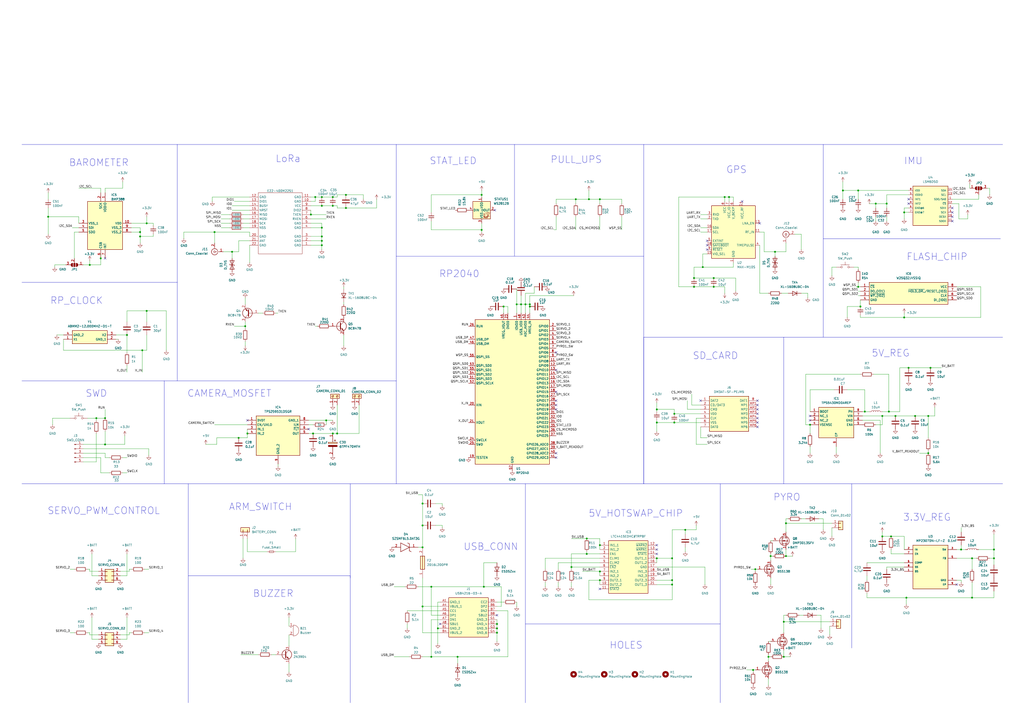
<source format=kicad_sch>
(kicad_sch (version 20250114) (generator "eeschema") (generator_version "9.0")
  (paper "A2")
  (text "USB_CONN" (at 284.734 317.246 0) (effects (font (size 4 4))))
  (text "5V_REG" (at 516.636 204.978 0) (effects (font (size 4 4))))
  (text "RP2040" (at 266.446 159.004 0) (effects (font (size 4 4))))
  (text "SD_CARD" (at 415.036 206.502 0) (effects (font (size 4 4))))
  (text "5V_HOTSWAP_CHIP" (at 368.808 297.942 0) (effects (font (size 4 4))))
  (text "SERVO_PWM_CONTROL" (at 60.198 296.418 0) (effects (font (size 4 4))))
  (text "IMU" (at 529.844 93.472 0) (effects (font (size 4 4))))
  (text "PULL_UPS" (at 334.264 92.71 0) (effects (font (size 4 4))))
  (text "FLASH_CHIP" (at 543.56 149.098 0) (effects (font (size 4 4))))
  (text "LoRa" (at 167.132 92.202 0) (effects (font (size 4 4))))
  (text "BUZZER" (at 158.496 344.424 0) (effects (font (size 4 4))))
  (text "RP_CLOCK" (at 44.45 174.498 0) (effects (font (size 4 4))))
  (text "HOLES" (at 363.22 374.396 0) (effects (font (size 4 4))))
  (text "GPS" (at 427.228 98.552 0) (effects (font (size 4 4))))
  (text "BAROMETER" (at 57.404 94.488 0) (effects (font (size 4 4))))
  (text "SWD" (at 55.88 228.346 0) (effects (font (size 4 4))))
  (text "CAMERA_MOSFET" (at 133.096 228.346 0) (effects (font (size 4 4))))
  (text "3.3V_REG" (at 537.718 300.228 0) (effects (font (size 4 4))))
  (text "PYRO" (at 456.438 288.544 0) (effects (font (size 4 4))))
  (text "ARM_SWITCH" (at 151.13 294.132 0) (effects (font (size 4 4))))
  (text "STAT_LED" (at 262.89 93.472 0) (effects (font (size 4 4))))
  (junction (at 530.86 241.3))
  (junction (at 193.04 119.38))
  (junction (at 391.16 245.11))
  (junction (at 254 364.49))
  (junction (at 445.77 381))
  (junction (at 563.88 323.85))
  (junction (at 60.96 257.81))
  (junction (at 391.16 240.03))
  (junction (at 307.34 176.53))
  (junction (at 499.11 177.8))
  (junction (at 397.51 307.34))
  (junction (at 195.58 251.46))
  (junction (at 538.48 241.3))
  (junction (at 514.35 118.11))
  (junction (at 200.66 113.03))
  (junction (at 250.19 340.36))
  (junction (at 186.69 119.38))
  (junction (at 292.1 177.8))
  (junction (at 497.84 110.49))
  (junction (at 265.43 381))
  (junction (at 519.43 241.3))
  (junction (at 511.81 241.3))
  (junction (at 124.46 134.62))
  (junction (at 347.98 316.23))
  (junction (at 438.15 330.2))
  (junction (at 81.28 134.62))
  (junction (at 539.75 213.36))
  (junction (at 304.8 176.53))
  (junction (at 186.69 114.3))
  (junction (at 347.98 115.57))
  (junction (at 402.59 161.29))
  (junction (at 288.29 361.95))
  (junction (at 447.04 322.58))
  (junction (at 422.91 114.3))
  (junction (at 414.02 161.29))
  (junction (at 576.58 323.85))
  (junction (at 27.94 125.73))
  (junction (at 414.02 166.37))
  (junction (at 420.37 114.3))
  (junction (at 525.78 346.71))
  (junction (at 189.23 243.84))
  (junction (at 347.98 336.55))
  (junction (at 142.24 189.23))
  (junction (at 73.66 194.31))
  (junction (at 250.19 381))
  (junction (at 85.09 129.54))
  (junction (at 186.69 142.24))
  (junction (at 497.84 166.37))
  (junction (at 402.59 166.37))
  (junction (at 488.95 110.49))
  (junction (at 85.09 180.34))
  (junction (at 288.29 367.03))
  (junction (at 134.62 146.05))
  (junction (at 454.66 360.68))
  (junction (at 347.98 331.47))
  (junction (at 245.11 304.8))
  (junction (at 576.58 318.77))
  (junction (at 181.61 251.46))
  (junction (at 557.53 318.77))
  (junction (at 186.69 139.7))
  (junction (at 299.72 176.53))
  (junction (at 280.67 340.36))
  (junction (at 307.34 177.8))
  (junction (at 436.88 388.62))
  (junction (at 182.88 114.3))
  (junction (at 200.66 120.65))
  (junction (at 186.69 137.16))
  (junction (at 193.04 251.46))
  (junction (at 389.89 323.85))
  (junction (at 340.36 312.42))
  (junction (at 455.93 303.53))
  (junction (at 288.29 364.49))
  (junction (at 193.04 114.3))
  (junction (at 245.11 317.5))
  (junction (at 60.96 242.57))
  (junction (at 180.34 124.46))
  (junction (at 245.11 351.79))
  (junction (at 52.07 153.67))
  (junction (at 55.88 242.57))
  (junction (at 340.36 321.31))
  (junction (at 245.11 292.1))
  (junction (at 302.26 176.53))
  (junction (at 81.28 137.16))
  (junction (at 58.42 149.86))
  (junction (at 469.9 246.38))
  (junction (at 449.58 146.05))
  (junction (at 511.81 311.15))
  (junction (at 334.01 115.57))
  (junction (at 524.51 184.15))
  (junction (at 516.89 311.15))
  (junction (at 381 237.49))
  (junction (at 341.63 115.57))
  (junction (at 279.4 133.35))
  (junction (at 381 323.85))
  (junction (at 389.89 336.55))
  (junction (at 82.55 203.2))
  (junction (at 279.4 113.03))
  (junction (at 331.47 328.93))
  (junction (at 455.93 322.58))
  (junction (at 515.62 238.76))
  (junction (at 186.69 132.08))
  (junction (at 501.65 238.76))
  (junction (at 563.88 346.71))
  (junction (at 527.05 213.36))
  (junction (at 138.43 254))
  (junction (at 389.89 339.09))
  (junction (at 508 118.11))
  (junction (at 524.51 123.19))
  (junction (at 454.66 381))
  (junction (at 381 245.11))
  (junction (at 143.51 251.46))
  (junction (at 538.48 262.89))
  (junction (at 407.67 154.94))
  (no_connect (at 322.58 232.41))
  (no_connect (at 552.45 123.19))
  (no_connect (at 440.69 129.54))
  (no_connect (at 322.58 237.49))
  (no_connect (at 439.42 247.65))
  (no_connect (at 406.4 232.41))
  (no_connect (at 322.58 214.63))
  (no_connect (at 439.42 242.57))
  (no_connect (at 552.45 125.73))
  (no_connect (at 255.27 361.95))
  (no_connect (at 469.9 241.3))
  (no_connect (at 347.98 341.63))
  (no_connect (at 410.21 142.24))
  (no_connect (at 322.58 262.89))
  (no_connect (at 322.58 204.47))
  (no_connect (at 322.58 265.43))
  (no_connect (at 439.42 240.03))
  (no_connect (at 381 318.77))
  (no_connect (at 322.58 234.95))
  (no_connect (at 410.21 144.78))
  (no_connect (at 439.42 234.95))
  (no_connect (at 439.42 237.49))
  (no_connect (at 381 316.23))
  (no_connect (at 430.53 116.84))
  (no_connect (at 288.29 356.87))
  (no_connect (at 554.99 339.09))
  (no_connect (at 60.96 149.86))
  (no_connect (at 287.02 121.92))
  (no_connect (at 527.05 115.57))
  (no_connect (at 552.45 120.65))
  (no_connect (at 179.07 248.92))
  (no_connect (at 552.45 128.27))
  (no_connect (at 469.9 243.84))
  (no_connect (at 439.42 232.41))
  (no_connect (at 527.05 118.11))
  (no_connect (at 439.42 245.11))
  (no_connect (at 143.51 243.84))
  (no_connect (at 381 321.31))
  (no_connect (at 410.21 139.7))
  (no_connect (at 322.58 227.33))
  (wire (pts (xy 381 237.49) (xy 391.16 237.49)))
  (wire (pts (xy 499.11 184.15) (xy 499.11 182.88)))
  (wire (pts (xy 567.69 115.57) (xy 567.69 113.03)))
  (wire (pts (xy 403.86 257.81) (xy 410.21 257.81)))
  (wire (pts (xy 67.31 196.85) (xy 68.58 196.85)))
  (wire (pts (xy 500.38 241.3) (xy 511.81 241.3)))
  (wire (pts (xy 316.23 330.2) (xy 316.23 323.85)))
  (wire (pts (xy 316.23 337.82) (xy 316.23 340.36)))
  (wire (pts (xy 501.65 226.06) (xy 501.65 238.76)))
  (wire (pts (xy 511.81 246.38) (xy 511.81 241.3)))
  (wire (pts (xy 524.51 123.19) (xy 524.51 127)))
  (wire (pts (xy 514.35 118.11) (xy 514.35 120.65)))
  (wire (pts (xy 58.42 109.22) (xy 58.42 111.76)))
  (wire (pts (xy 85.09 180.34) (xy 96.52 180.34)))
  (wire (pts (xy 208.28 234.95) (xy 208.28 251.46)))
  (wire (pts (xy 71.12 265.43) (xy 73.66 265.43)))
  (wire (pts (xy 86.36 264.16) (xy 86.36 260.35)))
  (wire (pts (xy 299.72 176.53) (xy 299.72 181.61)))
  (wire (pts (xy 504.19 238.76) (xy 501.65 238.76)))
  (wire (pts (xy 402.59 166.37) (xy 414.02 166.37)))
  (polyline (pts (xy 229.87 148.59) (xy 373.38 148.59)))
  (polyline (pts (xy 95.25 220.98) (xy 229.87 220.98)))
  (wire (pts (xy 55.88 242.57) (xy 55.88 243.84)))
  (wire (pts (xy 459.74 322.58) (xy 455.93 322.58)))
  (wire (pts (xy 506.73 217.17) (xy 515.62 217.17)))
  (wire (pts (xy 438.15 330.2) (xy 439.42 330.2)))
  (wire (pts (xy 69.85 370.84) (xy 73.66 370.84)))
  (wire (pts (xy 393.7 166.37) (xy 402.59 166.37)))
  (wire (pts (xy 445.77 381) (xy 447.04 381)))
  (wire (pts (xy 186.69 132.08) (xy 186.69 137.16)))
  (wire (pts (xy 477.52 300.99) (xy 477.52 307.34)))
  (wire (pts (xy 48.26 153.67) (xy 52.07 153.67)))
  (wire (pts (xy 511.81 241.3) (xy 519.43 241.3)))
  (wire (pts (xy 435.61 330.2) (xy 438.15 330.2)))
  (wire (pts (xy 60.96 257.81) (xy 72.39 257.81)))
  (wire (pts (xy 182.88 189.23) (xy 184.15 189.23)))
  (wire (pts (xy 254 364.49) (xy 255.27 364.49)))
  (polyline (pts (xy 12.7 280.67) (xy 109.22 280.67)))
  (wire (pts (xy 323.85 337.82) (xy 323.85 340.36)))
  (wire (pts (xy 347.98 125.73) (xy 347.98 133.35)))
  (wire (pts (xy 55.88 242.57) (xy 60.96 242.57)))
  (wire (pts (xy 447.04 335.28) (xy 447.04 339.09)))
  (wire (pts (xy 142.24 200.66) (xy 142.24 198.12)))
  (wire (pts (xy 422.91 114.3) (xy 422.91 116.84)))
  (wire (pts (xy 341.63 347.98) (xy 389.89 347.98)))
  (wire (pts (xy 189.23 243.84) (xy 189.23 246.38)))
  (wire (pts (xy 128.27 132.08) (xy 133.35 132.08)))
  (wire (pts (xy 440.69 142.24) (xy 440.69 170.18)))
  (polyline (pts (xy 304.8 361.95) (xy 417.83 361.95)))
  (polyline (pts (xy 477.52 83.82) (xy 477.52 195.58)))
  (wire (pts (xy 463.55 356.87) (xy 466.09 356.87)))
  (wire (pts (xy 128.27 129.54) (xy 133.35 129.54)))
  (wire (pts (xy 447.04 322.58) (xy 448.31 322.58)))
  (wire (pts (xy 210.82 113.03) (xy 210.82 115.57)))
  (wire (pts (xy 142.24 189.23) (xy 142.24 190.5)))
  (wire (pts (xy 245.11 381) (xy 250.19 381)))
  (wire (pts (xy 195.58 251.46) (xy 208.28 251.46)))
  (wire (pts (xy 279.4 113.03) (xy 250.19 113.03)))
  (wire (pts (xy 255.27 351.79) (xy 245.11 351.79)))
  (wire (pts (xy 180.34 116.84) (xy 182.88 116.84)))
  (wire (pts (xy 182.88 114.3) (xy 186.69 114.3)))
  (wire (pts (xy 74.93 367.03) (xy 74.93 368.3)))
  (wire (pts (xy 181.61 251.46) (xy 193.04 251.46)))
  (wire (pts (xy 422.91 114.3) (xy 425.45 114.3)))
  (wire (pts (xy 485.14 154.94) (xy 482.6 154.94)))
  (wire (pts (xy 576.58 323.85) (xy 576.58 327.66)))
  (wire (pts (xy 144.78 114.3) (xy 123.19 114.3)))
  (wire (pts (xy 242.57 287.02) (xy 245.11 287.02)))
  (wire (pts (xy 561.34 127) (xy 561.34 124.46)))
  (wire (pts (xy 134.62 146.05) (xy 134.62 149.86)))
  (wire (pts (xy 516.89 311.15) (xy 511.81 311.15)))
  (wire (pts (xy 360.68 125.73) (xy 360.68 133.35)))
  (wire (pts (xy 347.98 115.57) (xy 341.63 115.57)))
  (wire (pts (xy 322.58 115.57) (xy 334.01 115.57)))
  (wire (pts (xy 74.93 367.03) (xy 76.2 367.03)))
  (wire (pts (xy 488.95 110.49) (xy 488.95 115.57)))
  (wire (pts (xy 455.93 140.97) (xy 455.93 146.05)))
  (wire (pts (xy 524.51 120.65) (xy 524.51 123.19)))
  (wire (pts (xy 464.82 300.99) (xy 467.36 300.99)))
  (wire (pts (xy 299.72 167.64) (xy 299.72 176.53)))
  (wire (pts (xy 473.71 356.87) (xy 476.25 356.87)))
  (wire (pts (xy 443.23 134.62) (xy 443.23 146.05)))
  (wire (pts (xy 469.9 226.06) (xy 483.87 226.06)))
  (wire (pts (xy 574.04 113.03) (xy 574.04 109.22)))
  (wire (pts (xy 554.99 318.77) (xy 557.53 318.77)))
  (wire (pts (xy 347.98 321.31) (xy 340.36 321.31)))
  (wire (pts (xy 341.63 110.49) (xy 341.63 115.57)))
  (wire (pts (xy 440.69 134.62) (xy 443.23 134.62)))
  (wire (pts (xy 280.67 326.39) (xy 288.29 326.39)))
  (wire (pts (xy 340.36 320.04) (xy 340.36 321.31)))
  (wire (pts (xy 508 125.73) (xy 508 128.27)))
  (wire (pts (xy 554.99 166.37) (xy 568.96 166.37)))
  (wire (pts (xy 341.63 336.55) (xy 341.63 347.98)))
  (wire (pts (xy 406.4 242.57) (xy 403.86 242.57)))
  (wire (pts (xy 389.89 347.98) (xy 389.89 339.09)))
  (wire (pts (xy 524.51 184.15) (xy 568.96 184.15)))
  (wire (pts (xy 406.4 134.62) (xy 410.21 134.62)))
  (wire (pts (xy 567.69 318.77) (xy 576.58 318.77)))
  (wire (pts (xy 389.89 336.55) (xy 389.89 339.09)))
  (wire (pts (xy 455.93 303.53) (xy 455.93 308.61)))
  (wire (pts (xy 252.73 304.8) (xy 256.54 304.8)))
  (wire (pts (xy 143.51 320.04) (xy 143.51 312.42)))
  (wire (pts (xy 360.68 118.11) (xy 360.68 115.57)))
  (wire (pts (xy 445.77 393.7) (xy 445.77 397.51)))
  (wire (pts (xy 43.18 134.62) (xy 45.72 134.62)))
  (wire (pts (xy 81.28 137.16) (xy 81.28 140.97)))
  (wire (pts (xy 288.29 351.79) (xy 290.83 351.79)))
  (wire (pts (xy 464.82 135.89) (xy 464.82 144.78)))
  (wire (pts (xy 60.96 262.89) (xy 48.26 262.89)))
  (wire (pts (xy 527.05 213.36) (xy 521.97 213.36)))
  (wire (pts (xy 302.26 176.53) (xy 304.8 176.53)))
  (wire (pts (xy 322.58 118.11) (xy 322.58 115.57)))
  (wire (pts (xy 467.36 217.17) (xy 467.36 246.38)))
  (wire (pts (xy 142.24 172.72) (xy 142.24 176.53)))
  (wire (pts (xy 482.6 154.94) (xy 482.6 160.02)))
  (polyline (pts (xy 102.87 163.83) (xy 102.87 220.98)))
  (wire (pts (xy 347.98 336.55) (xy 341.63 336.55)))
  (wire (pts (xy 255.27 349.25) (xy 254 349.25)))
  (wire (pts (xy 83.82 330.2) (xy 86.36 330.2)))
  (wire (pts (xy 199.39 175.26) (xy 199.39 176.53)))
  (wire (pts (xy 180.34 142.24) (xy 186.69 142.24)))
  (wire (pts (xy 88.9 130.81) (xy 88.9 129.54)))
  (wire (pts (xy 180.34 124.46) (xy 189.23 124.46)))
  (wire (pts (xy 106.68 134.62) (xy 106.68 138.43)))
  (wire (pts (xy 502.92 346.71) (xy 525.78 346.71)))
  (wire (pts (xy 255.27 354.33) (xy 236.22 354.33)))
  (wire (pts (xy 454.66 377.19) (xy 454.66 381)))
  (wire (pts (xy 389.89 307.34) (xy 389.89 323.85)))
  (wire (pts (xy 74.93 368.3) (xy 69.85 368.3)))
  (wire (pts (xy 124.46 246.38) (xy 143.51 246.38)))
  (wire (pts (xy 299.72 176.53) (xy 302.26 176.53)))
  (wire (pts (xy 406.4 237.49) (xy 398.78 237.49)))
  (wire (pts (xy 436.88 388.62) (xy 438.15 388.62)))
  (wire (pts (xy 76.2 129.54) (xy 85.09 129.54)))
  (wire (pts (xy 510.54 243.84) (xy 510.54 262.89)))
  (wire (pts (xy 340.36 312.42) (xy 347.98 312.42)))
  (wire (pts (xy 179.07 243.84) (xy 189.23 243.84)))
  (wire (pts (xy 123.19 116.84) (xy 123.19 114.3)))
  (wire (pts (xy 144.78 142.24) (xy 144.78 152.4)))
  (wire (pts (xy 167.64 384.81) (xy 167.64 389.89)))
  (wire (pts (xy 500.38 243.84) (xy 510.54 243.84)))
  (wire (pts (xy 524.51 326.39) (xy 502.92 326.39)))
  (wire (pts (xy 119.38 257.81) (xy 125.73 257.81)))
  (wire (pts (xy 381 245.11) (xy 381 250.19)))
  (wire (pts (xy 58.42 265.43) (xy 48.26 265.43)))
  (wire (pts (xy 539.75 213.36) (xy 546.1 213.36)))
  (wire (pts (xy 524.51 123.19) (xy 527.05 123.19)))
  (wire (pts (xy 53.34 334.01) (xy 57.15 334.01)))
  (wire (pts (xy 27.94 111.76) (xy 27.94 115.57)))
  (wire (pts (xy 256.54 292.1) (xy 256.54 293.37)))
  (wire (pts (xy 76.2 134.62) (xy 81.28 134.62)))
  (wire (pts (xy 420.37 166.37) (xy 420.37 170.18)))
  (wire (pts (xy 347.98 312.42) (xy 347.98 316.23)))
  (wire (pts (xy 445.77 379.73) (xy 445.77 381)))
  (wire (pts (xy 323.85 326.39) (xy 347.98 326.39)))
  (wire (pts (xy 50.8 330.2) (xy 52.07 330.2)))
  (wire (pts (xy 180.34 139.7) (xy 186.69 139.7)))
  (wire (pts (xy 554.99 323.85) (xy 563.88 323.85)))
  (wire (pts (xy 481.33 363.22) (xy 481.33 368.3)))
  (polyline (pts (xy 373.38 83.82) (xy 373.38 148.59)))
  (wire (pts (xy 381 245.11) (xy 391.16 245.11)))
  (wire (pts (xy 491.49 177.8) (xy 499.11 177.8)))
  (wire (pts (xy 426.72 161.29) (xy 426.72 168.91)))
  (wire (pts (xy 307.34 177.8) (xy 307.34 181.61)))
  (wire (pts (xy 397.51 317.5) (xy 397.51 320.04)))
  (wire (pts (xy 124.46 134.62) (xy 124.46 140.97)))
  (wire (pts (xy 60.96 109.22) (xy 71.12 109.22)))
  (wire (pts (xy 403.86 304.8) (xy 403.86 307.34)))
  (wire (pts (xy 182.88 116.84) (xy 182.88 114.3)))
  (wire (pts (xy 50.8 242.57) (xy 55.88 242.57)))
  (wire (pts (xy 381 237.49) (xy 381 238.76)))
  (wire (pts (xy 73.66 180.34) (xy 85.09 180.34)))
  (wire (pts (xy 468.63 170.18) (xy 464.82 170.18)))
  (polyline (pts (xy 298.45 83.82) (xy 373.38 83.82)))
  (wire (pts (xy 193.04 119.38) (xy 195.58 119.38)))
  (wire (pts (xy 433.07 388.62) (xy 436.88 388.62)))
  (wire (pts (xy 55.88 251.46) (xy 55.88 267.97)))
  (wire (pts (xy 406.4 124.46) (xy 410.21 124.46)))
  (wire (pts (xy 381 339.09) (xy 389.89 339.09)))
  (wire (pts (xy 402.59 161.29) (xy 414.02 161.29)))
  (wire (pts (xy 125.73 254) (xy 138.43 254)))
  (wire (pts (xy 167.64 358.14) (xy 167.64 363.22)))
  (wire (pts (xy 52.07 367.03) (xy 52.07 368.3)))
  (wire (pts (xy 143.51 251.46) (xy 143.51 248.92)))
  (wire (pts (xy 280.67 340.36) (xy 250.19 340.36)))
  (wire (pts (xy 186.69 139.7) (xy 186.69 142.24)))
  (wire (pts (xy 73.66 358.14) (xy 73.66 370.84)))
  (wire (pts (xy 186.69 129.54) (xy 186.69 132.08)))
  (wire (pts (xy 461.01 135.89) (xy 464.82 135.89)))
  (wire (pts (xy 58.42 147.32) (xy 58.42 149.86)))
  (wire (pts (xy 514.35 330.2) (xy 514.35 328.93)))
  (wire (pts (xy 533.4 262.89) (xy 538.48 262.89)))
  (wire (pts (xy 40.64 242.57) (xy 30.48 242.57)))
  (wire (pts (xy 135.89 116.84) (xy 144.78 116.84)))
  (wire (pts (xy 161.29 269.24) (xy 161.29 270.51)))
  (wire (pts (xy 455.93 303.53) (xy 482.6 303.53)))
  (wire (pts (xy 135.89 189.23) (xy 142.24 189.23)))
  (wire (pts (xy 228.6 340.36) (xy 234.95 340.36)))
  (wire (pts (xy 279.4 134.62) (xy 279.4 133.35)))
  (wire (pts (xy 515.62 238.76) (xy 515.62 217.17)))
  (wire (pts (xy 140.97 312.42) (xy 140.97 323.85)))
  (wire (pts (xy 455.93 300.99) (xy 455.93 303.53)))
  (wire (pts (xy 485.14 262.89) (xy 485.14 259.08)))
  (wire (pts (xy 180.34 129.54) (xy 186.69 129.54)))
  (wire (pts (xy 180.34 114.3) (xy 182.88 114.3)))
  (wire (pts (xy 254 349.25) (xy 254 364.49)))
  (wire (pts (xy 33.02 194.31) (xy 36.83 194.31)))
  (wire (pts (xy 88.9 137.16) (xy 88.9 135.89)))
  (polyline (pts (xy 494.03 280.67) (xy 581.66 280.67)))
  (wire (pts (xy 407.67 147.32) (xy 407.67 154.94)))
  (wire (pts (xy 125.73 257.81) (xy 125.73 254)))
  (polyline (pts (xy 373.38 148.59) (xy 373.38 280.67)))
  (wire (pts (xy 474.98 300.99) (xy 477.52 300.99)))
  (wire (pts (xy 514.35 118.11) (xy 508 118.11)))
  (wire (pts (xy 52.07 151.13) (xy 52.07 153.67)))
  (wire (pts (xy 557.53 308.61) (xy 557.53 306.07)))
  (wire (pts (xy 440.69 170.18) (xy 445.77 170.18)))
  (wire (pts (xy 58.42 274.32) (xy 58.42 265.43)))
  (wire (pts (xy 381 323.85) (xy 381 326.39)))
  (wire (pts (xy 43.18 149.86) (xy 43.18 134.62)))
  (polyline (pts (xy 203.2 280.67) (xy 203.2 407.67)))
  (wire (pts (xy 31.75 154.94) (xy 31.75 153.67)))
  (wire (pts (xy 292.1 177.8) (xy 294.64 177.8)))
  (wire (pts (xy 576.58 309.88) (xy 576.58 318.77)))
  (wire (pts (xy 245.11 367.03) (xy 245.11 351.79)))
  (wire (pts (xy 563.88 323.85) (xy 566.42 323.85)))
  (wire (pts (xy 48.26 260.35) (xy 86.36 260.35)))
  (wire (pts (xy 180.34 119.38) (xy 186.69 119.38)))
  (polyline (pts (xy 477.52 83.82) (xy 581.66 83.82)))
  (wire (pts (xy 134.62 146.05) (xy 138.43 146.05)))
  (wire (pts (xy 524.51 321.31) (xy 516.89 321.31)))
  (wire (pts (xy 497.84 110.49) (xy 527.05 110.49)))
  (wire (pts (xy 407.67 154.94) (xy 425.45 154.94)))
  (wire (pts (xy 309.88 170.18) (xy 304.8 170.18)))
  (wire (pts (xy 254 364.49) (xy 254 373.38)))
  (wire (pts (xy 195.58 120.65) (xy 200.66 120.65)))
  (wire (pts (xy 30.48 242.57) (xy 30.48 246.38)))
  (wire (pts (xy 521.97 238.76) (xy 515.62 238.76)))
  (wire (pts (xy 129.54 146.05) (xy 134.62 146.05)))
  (wire (pts (xy 128.27 124.46) (xy 133.35 124.46)))
  (wire (pts (xy 347.98 336.55) (xy 347.98 339.09)))
  (wire (pts (xy 245.11 287.02) (xy 245.11 292.1)))
  (wire (pts (xy 250.19 381) (xy 265.43 381)))
  (wire (pts (xy 445.77 372.11) (xy 447.04 372.11)))
  (wire (pts (xy 524.51 311.15) (xy 516.89 311.15)))
  (wire (pts (xy 195.58 234.95) (xy 195.58 251.46)))
  (polyline (pts (xy 229.87 220.98) (xy 229.87 280.67)))
  (polyline (pts (xy 229.87 220.98) (xy 229.87 148.59)))
  (wire (pts (xy 67.31 194.31) (xy 73.66 194.31)))
  (polyline (pts (xy 203.2 334.01) (xy 203.2 335.28)))
  (wire (pts (xy 457.2 170.18) (xy 453.39 170.18)))
  (wire (pts (xy 360.68 115.57) (xy 347.98 115.57)))
  (polyline (pts (xy 229.87 83.82) (xy 298.45 83.82)))
  (wire (pts (xy 499.11 184.15) (xy 524.51 184.15)))
  (wire (pts (xy 72.39 252.73) (xy 72.39 257.81)))
  (wire (pts (xy 381 328.93) (xy 408.94 328.93)))
  (wire (pts (xy 401.32 234.95) (xy 401.32 228.6)))
  (wire (pts (xy 576.58 318.77) (xy 576.58 323.85)))
  (polyline (pts (xy 454.66 280.67) (xy 454.66 195.58)))
  (wire (pts (xy 527.05 213.36) (xy 539.75 213.36)))
  (wire (pts (xy 294.64 177.8) (xy 294.64 181.61)))
  (wire (pts (xy 331.47 321.31) (xy 331.47 328.93)))
  (wire (pts (xy 491.49 226.06) (xy 501.65 226.06)))
  (wire (pts (xy 143.51 320.04) (xy 154.94 320.04)))
  (wire (pts (xy 406.4 240.03) (xy 391.16 240.03)))
  (wire (pts (xy 250.19 356.87) (xy 250.19 340.36)))
  (wire (pts (xy 454.66 360.68) (xy 454.66 367.03)))
  (wire (pts (xy 331.47 328.93) (xy 347.98 328.93)))
  (wire (pts (xy 476.25 356.87) (xy 476.25 364.49)))
  (wire (pts (xy 85.09 194.31) (xy 85.09 203.2)))
  (wire (pts (xy 562.61 106.68) (xy 562.61 109.22)))
  (wire (pts (xy 443.23 146.05) (xy 449.58 146.05)))
  (wire (pts (xy 134.62 121.92) (xy 144.78 121.92)))
  (wire (pts (xy 525.78 350.52) (xy 525.78 346.71)))
  (wire (pts (xy 124.46 134.62) (xy 144.78 134.62)))
  (wire (pts (xy 81.28 134.62) (xy 81.28 137.16)))
  (wire (pts (xy 389.89 323.85) (xy 389.89 336.55)))
  (wire (pts (xy 447.04 313.69) (xy 448.31 313.69)))
  (wire (pts (xy 265.43 381) (xy 265.43 384.81)))
  (wire (pts (xy 502.92 334.01) (xy 502.92 336.55)))
  (wire (pts (xy 514.35 125.73) (xy 514.35 128.27)))
  (wire (pts (xy 250.19 113.03) (xy 250.19 123.19)))
  (wire (pts (xy 74.93 330.2) (xy 76.2 330.2)))
  (wire (pts (xy 563.88 323.85) (xy 563.88 330.2)))
  (wire (pts (xy 508 246.38) (xy 511.81 246.38)))
  (wire (pts (xy 40.64 367.03) (xy 43.18 367.03)))
  (wire (pts (xy 294.64 354.33) (xy 294.64 381)))
  (wire (pts (xy 27.94 135.89) (xy 27.94 125.73)))
  (wire (pts (xy 96.52 180.34) (xy 96.52 203.2)))
  (wire (pts (xy 255.27 356.87) (xy 250.19 356.87)))
  (wire (pts (xy 180.34 137.16) (xy 186.69 137.16)))
  (wire (pts (xy 469.9 226.06) (xy 469.9 238.76)))
  (wire (pts (xy 186.69 114.3) (xy 193.04 114.3)))
  (wire (pts (xy 36.83 203.2) (xy 82.55 203.2)))
  (wire (pts (xy 514.35 113.03) (xy 514.35 118.11)))
  (wire (pts (xy 321.31 133.35) (xy 322.58 133.35)))
  (polyline (pts (xy 12.7 163.83) (xy 102.87 163.83)))
  (wire (pts (xy 398.78 232.41) (xy 398.78 237.49)))
  (wire (pts (xy 193.04 114.3) (xy 195.58 114.3)))
  (wire (pts (xy 255.27 359.41) (xy 250.19 359.41)))
  (wire (pts (xy 193.04 251.46) (xy 195.58 251.46)))
  (wire (pts (xy 511.81 238.76) (xy 515.62 238.76)))
  (wire (pts (xy 576.58 346.71) (xy 576.58 342.9)))
  (wire (pts (xy 73.66 321.31) (xy 73.66 334.01)))
  (wire (pts (xy 508 118.11) (xy 504.19 118.11)))
  (wire (pts (xy 469.9 259.08) (xy 469.9 262.89)))
  (polyline (pts (xy 12.7 83.82) (xy 102.87 83.82)))
  (wire (pts (xy 180.34 121.92) (xy 180.34 124.46)))
  (wire (pts (xy 60.96 250.19) (xy 60.96 257.81)))
  (wire (pts (xy 160.02 320.04) (xy 171.45 320.04)))
  (wire (pts (xy 391.16 237.49) (xy 391.16 240.03)))
  (wire (pts (xy 252.73 292.1) (xy 256.54 292.1)))
  (wire (pts (xy 41.91 132.08) (xy 45.72 132.08)))
  (polyline (pts (xy 454.66 195.58) (xy 581.66 195.58)))
  (wire (pts (xy 337.82 331.47) (xy 347.98 331.47)))
  (wire (pts (xy 167.64 368.3) (xy 167.64 374.65)))
  (wire (pts (xy 454.66 356.87) (xy 454.66 360.68)))
  (polyline (pts (xy 454.66 195.58) (xy 373.38 195.58)))
  (wire (pts (xy 179.07 246.38) (xy 181.61 246.38)))
  (wire (pts (xy 519.43 241.3) (xy 530.86 241.3)))
  (wire (pts (xy 397.51 307.34) (xy 403.86 307.34)))
  (wire (pts (xy 27.94 120.65) (xy 27.94 125.73)))
  (wire (pts (xy 554.99 336.55) (xy 557.53 336.55)))
  (wire (pts (xy 179.07 251.46) (xy 181.61 251.46)))
  (wire (pts (xy 302.26 176.53) (xy 302.26 181.61)))
  (wire (pts (xy 304.8 176.53) (xy 304.8 181.61)))
  (wire (pts (xy 563.88 346.71) (xy 576.58 346.71)))
  (wire (pts (xy 73.66 212.09) (xy 73.66 215.9)))
  (wire (pts (xy 140.97 129.54) (xy 144.78 129.54)))
  (wire (pts (xy 60.96 265.43) (xy 63.5 265.43)))
  (wire (pts (xy 525.78 346.71) (xy 563.88 346.71)))
  (wire (pts (xy 347.98 118.11) (xy 347.98 115.57)))
  (wire (pts (xy 538.48 241.3) (xy 542.29 241.3)))
  (wire (pts (xy 250.19 359.41) (xy 250.19 381)))
  (wire (pts (xy 542.29 236.22) (xy 542.29 241.3)))
  (wire (pts (xy 381 243.84) (xy 381 245.11)))
  (wire (pts (xy 88.9 137.16) (xy 81.28 137.16)))
  (wire (pts (xy 410.21 147.32) (xy 407.67 147.32)))
  (wire (pts (xy 85.09 186.69) (xy 85.09 180.34)))
  (wire (pts (xy 58.42 274.32) (xy 63.5 274.32)))
  (wire (pts (xy 218.44 115.57) (xy 218.44 120.65)))
  (polyline (pts (xy 102.87 83.82) (xy 102.87 163.83)))
  (wire (pts (xy 157.48 379.73) (xy 160.02 379.73)))
  (wire (pts (xy 36.83 196.85) (xy 36.83 203.2)))
  (wire (pts (xy 186.69 119.38) (xy 193.04 119.38)))
  (wire (pts (xy 511.81 311.15) (xy 511.81 308.61)))
  (wire (pts (xy 393.7 114.3) (xy 420.37 114.3)))
  (wire (pts (xy 279.4 133.35) (xy 279.4 129.54)))
  (wire (pts (xy 292.1 181.61) (xy 292.1 177.8)))
  (wire (pts (xy 334.01 125.73) (xy 334.01 133.35)))
  (wire (pts (xy 307.34 176.53) (xy 307.34 171.45)))
  (wire (pts (xy 530.86 241.3) (xy 538.48 241.3)))
  (wire (pts (xy 347.98 316.23) (xy 347.98 318.77)))
  (wire (pts (xy 514.35 328.93) (xy 524.51 328.93)))
  (wire (pts (xy 425.45 114.3) (xy 425.45 116.84)))
  (wire (pts (xy 250.19 133.35) (xy 279.4 133.35)))
  (wire (pts (xy 482.6 306.07) (xy 482.6 311.15)))
  (wire (pts (xy 140.97 132.08) (xy 144.78 132.08)))
  (wire (pts (xy 290.83 351.79) (xy 290.83 340.36)))
  (wire (pts (xy 140.97 124.46) (xy 144.78 124.46)))
  (wire (pts (xy 45.72 109.22) (xy 58.42 109.22)))
  (wire (pts (xy 497.84 171.45) (xy 499.11 171.45)))
  (wire (pts (xy 149.86 181.61) (xy 152.4 181.61)))
  (wire (pts (xy 467.36 217.17) (xy 499.11 217.17)))
  (polyline (pts (xy 203.2 280.67) (xy 304.8 280.67)))
  (wire (pts (xy 76.2 132.08) (xy 81.28 132.08)))
  (wire (pts (xy 538.48 241.3) (xy 538.48 254)))
  (polyline (pts (xy 373.38 195.58) (xy 373.38 280.67)))
  (wire (pts (xy 406.4 254) (xy 410.21 254)))
  (polyline (pts (xy 229.87 83.82) (xy 229.87 148.59)))
  (wire (pts (xy 414.02 166.37) (xy 420.37 166.37)))
  (wire (pts (xy 331.47 321.31) (xy 340.36 321.31)))
  (wire (pts (xy 82.55 203.2) (xy 82.55 215.9)))
  (wire (pts (xy 557.53 336.55) (xy 557.53 337.82)))
  (wire (pts (xy 288.29 359.41) (xy 288.29 361.95)))
  (polyline (pts (xy 95.25 220.98) (xy 95.25 280.67)))
  (wire (pts (xy 527.05 113.03) (xy 514.35 113.03)))
  (wire (pts (xy 280.67 340.36) (xy 280.67 326.39)))
  (polyline (pts (xy 373.38 83.82) (xy 477.52 83.82)))
  (wire (pts (xy 457.2 300.99) (xy 455.93 300.99)))
  (wire (pts (xy 288.29 349.25) (xy 292.1 349.25)))
  (wire (pts (xy 195.58 113.03) (xy 200.66 113.03)))
  (wire (pts (xy 406.4 127) (xy 410.21 127)))
  (wire (pts (xy 389.89 307.34) (xy 397.51 307.34)))
  (wire (pts (xy 406.4 247.65) (xy 406.4 254)))
  (wire (pts (xy 516.89 321.31) (xy 516.89 318.77)))
  (wire (pts (xy 52.07 330.2) (xy 52.07 331.47)))
  (wire (pts (xy 195.58 119.38) (xy 195.58 120.65)))
  (wire (pts (xy 106.68 134.62) (xy 124.46 134.62)))
  (wire (pts (xy 497.84 154.94) (xy 497.84 156.21)))
  (polyline (pts (xy 109.22 334.01) (xy 203.2 334.01)))
  (wire (pts (xy 458.47 381) (xy 454.66 381)))
  (wire (pts (xy 307.34 171.45) (xy 332.74 171.45)))
  (wire (pts (xy 402.59 161.29) (xy 402.59 154.94)))
  (wire (pts (xy 138.43 254) (xy 143.51 254)))
  (wire (pts (xy 236.22 364.49) (xy 236.22 361.95)))
  (wire (pts (xy 180.34 127) (xy 189.23 127)))
  (polyline (pts (xy 304.8 280.67) (xy 304.8 407.67)))
  (wire (pts (xy 552.45 115.57) (xy 567.69 115.57)))
  (wire (pts (xy 568.96 166.37) (xy 568.96 184.15)))
  (wire (pts (xy 414.02 161.29) (xy 426.72 161.29)))
  (wire (pts (xy 73.66 194.31) (xy 73.66 204.47)))
  (wire (pts (xy 255.27 367.03) (xy 245.11 367.03)))
  (wire (pts (xy 85.09 125.73) (xy 85.09 129.54)))
  (polyline (pts (xy 417.83 280.67) (xy 494.03 280.67)))
  (wire (pts (xy 495.3 154.94) (xy 497.84 154.94)))
  (wire (pts (xy 447.04 322.58) (xy 447.04 325.12)))
  (wire (pts (xy 501.65 238.76) (xy 500.38 238.76)))
  (wire (pts (xy 557.53 316.23) (xy 557.53 318.77)))
  (wire (pts (xy 265.43 381) (xy 294.64 381)))
  (wire (pts (xy 250.19 128.27) (xy 250.19 133.35)))
  (wire (pts (xy 279.4 110.49) (xy 279.4 113.03)))
  (wire (pts (xy 556.26 118.11) (xy 556.26 127)))
  (wire (pts (xy 83.82 367.03) (xy 86.36 367.03)))
  (wire (pts (xy 40.64 330.2) (xy 43.18 330.2)))
  (wire (pts (xy 288.29 367.03) (xy 288.29 372.11)))
  (wire (pts (xy 256.54 304.8) (xy 256.54 306.07)))
  (wire (pts (xy 381 336.55) (xy 389.89 336.55)))
  (wire (pts (xy 304.8 176.53) (xy 307.34 176.53)))
  (wire (pts (xy 508 118.11) (xy 508 120.65)))
  (wire (pts (xy 323.85 326.39) (xy 323.85 330.2)))
  (wire (pts (xy 322.58 133.35) (xy 322.58 125.73)))
  (polyline (pts (xy 102.87 83.82) (xy 229.87 83.82)))
  (wire (pts (xy 290.83 340.36) (xy 280.67 340.36)))
  (wire (pts (xy 186.69 142.24) (xy 186.69 144.78)))
  (wire (pts (xy 50.8 367.03) (xy 52.07 367.03)))
  (wire (pts (xy 304.8 170.18) (xy 304.8 176.53)))
  (wire (pts (xy 60.96 265.43) (xy 60.96 262.89)))
  (wire (pts (xy 524.51 184.15) (xy 524.51 181.61)))
  (wire (pts (xy 438.15 330.2) (xy 438.15 331.47)))
  (wire (pts (xy 538.48 261.62) (xy 538.48 262.89)))
  (wire (pts (xy 138.43 139.7) (xy 138.43 146.05)))
  (wire (pts (xy 279.4 113.03) (xy 279.4 114.3)))
  (wire (pts (xy 436.88 388.62) (xy 436.88 389.89)))
  (wire (pts (xy 488.95 110.49) (xy 497.84 110.49)))
  (wire (pts (xy 497.84 163.83) (xy 497.84 166.37)))
  (wire (pts (xy 199.39 166.37) (xy 199.39 167.64)))
  (wire (pts (xy 316.23 323.85) (xy 347.98 323.85)))
  (wire (pts (xy 563.88 337.82) (xy 563.88 346.71)))
  (wire (pts (xy 81.28 134.62) (xy 81.28 132.08)))
  (wire (pts (xy 200.66 113.03) (xy 210.82 113.03)))
  (wire (pts (xy 82.55 203.2) (xy 85.09 203.2)))
  (wire (pts (xy 55.88 267.97) (xy 48.26 267.97)))
  (wire (pts (xy 171.45 320.04) (xy 171.45 312.42)))
  (wire (pts (xy 334.01 115.57) (xy 341.63 115.57)))
  (wire (pts (xy 502.92 344.17) (xy 502.92 346.71)))
  (wire (pts (xy 454.66 356.87) (xy 455.93 356.87)))
  (wire (pts (xy 408.94 328.93) (xy 408.94 339.09)))
  (wire (pts (xy 572.77 109.22) (xy 574.04 109.22)))
  (wire (pts (xy 469.9 246.38) (xy 469.9 251.46)))
  (wire (pts (xy 228.6 381) (xy 237.49 381)))
  (wire (pts (xy 242.57 317.5) (xy 245.11 317.5)))
  (wire (pts (xy 445.77 381) (xy 445.77 383.54)))
  (polyline (pts (xy 12.7 220.98) (xy 95.25 220.98)))
  (wire (pts (xy 497.84 168.91) (xy 499.11 168.91)))
  (wire (pts (xy 331.47 337.82) (xy 331.47 340.36)))
  (wire (pts (xy 497.84 166.37) (xy 499.11 166.37)))
  (wire (pts (xy 71.12 109.22) (xy 71.12 105.41)))
  (wire (pts (xy 88.9 129.54) (xy 85.09 129.54)))
  (wire (pts (xy 288.29 364.49) (xy 288.29 367.03)))
  (wire (pts (xy 309.88 166.37) (xy 309.88 170.18)))
  (wire (pts (xy 557.53 318.77) (xy 560.07 318.77)))
  (wire (pts (xy 218.44 120.65) (xy 200.66 120.65)))
  (wire (pts (xy 307.34 177.8) (xy 307.34 176.53)))
  (wire (pts (xy 403.86 242.57) (xy 403.86 257.81)))
  (wire (pts (xy 195.58 114.3) (xy 195.58 113.03)))
  (wire (pts (xy 245.11 292.1) (xy 245.11 304.8)))
  (wire (pts (xy 73.66 186.69) (xy 73.66 180.34)))
  (wire (pts (xy 73.66 274.32) (xy 71.12 274.32)))
  (wire (pts (xy 499.11 177.8) (xy 499.11 173.99)))
  (wire (pts (xy 288.29 354.33) (xy 294.64 354.33)))
  (wire (pts (xy 128.27 127) (xy 133.35 127)))
  (wire (pts (xy 447.04 321.31) (xy 447.04 322.58)))
  (wire (pts (xy 420.37 114.3) (xy 422.91 114.3)))
  (polyline (pts (xy 304.8 280.67) (xy 417.83 280.67)))
  (wire (pts (xy 406.4 132.08) (xy 410.21 132.08)))
  (wire (pts (xy 393.7 114.3) (xy 393.7 166.37)))
  (wire (pts (xy 53.34 321.31) (xy 53.34 334.01)))
  (wire (pts (xy 406.4 234.95) (xy 401.32 234.95)))
  (polyline (pts (xy 417.83 280.67) (xy 417.83 407.67)))
  (polyline (pts (xy 109.22 280.67) (xy 109.22 407.67)))
  (wire (pts (xy 527.05 120.65) (xy 524.51 120.65)))
  (wire (pts (xy 52.07 368.3) (xy 57.15 368.3)))
  (wire (pts (xy 69.85 334.01) (xy 73.66 334.01)))
  (wire (pts (xy 496.57 166.37) (xy 497.84 166.37)))
  (polyline (pts (xy 494.03 280.67) (xy 494.03 375.92)))
  (wire (pts (xy 53.34 370.84) (xy 57.15 370.84)))
  (wire (pts (xy 60.96 111.76) (xy 60.96 109.22)))
  (wire (pts (xy 491.49 177.8) (xy 491.49 184.15)))
  (polyline (pts (xy 477.52 138.43) (xy 580.39 138.43)))
  (wire (pts (xy 245.11 304.8) (xy 245.11 317.5)))
  (wire (pts (xy 189.23 243.84) (xy 193.04 243.84)))
  (wire (pts (xy 381 233.68) (xy 381 237.49)))
  (wire (pts (xy 347.98 331.47) (xy 347.98 334.01)))
  (wire (pts (xy 521.97 213.36) (xy 521.97 238.76)))
  (wire (pts (xy 199.39 194.31) (xy 199.39 200.66)))
  (polyline (pts (xy 298.45 83.82) (xy 298.45 148.59)))
  (wire (pts (xy 144.78 137.16) (xy 144.78 134.62)))
  (wire (pts (xy 331.47 328.93) (xy 331.47 330.2)))
  (wire (pts (xy 425.45 154.94) (xy 425.45 152.4)))
  (wire (pts (xy 397.51 307.34) (xy 397.51 309.88)))
  (wire (pts (xy 52.07 153.67) (xy 58.42 153.67)))
  (wire (pts (xy 53.34 358.14) (xy 53.34 370.84)))
  (wire (pts (xy 45.72 125.73) (xy 45.72 129.54)))
  (wire (pts (xy 74.93 331.47) (xy 69.85 331.47)))
  (wire (pts (xy 288.29 361.95) (xy 288.29 364.49)))
  (wire (pts (xy 381 323.85) (xy 389.89 323.85)))
  (wire (pts (xy 138.43 139.7) (xy 144.78 139.7)))
  (wire (pts (xy 449.58 146.05) (xy 449.58 148.59)))
  (wire (pts (xy 467.36 246.38) (xy 469.9 246.38)))
  (wire (pts (xy 468.63 172.72) (xy 468.63 170.18)))
  (wire (pts (xy 402.59 154.94) (xy 407.67 154.94)))
  (wire (pts (xy 299.72 351.79) (xy 299.72 349.25)))
  (wire (pts (xy 143.51 254) (xy 143.51 251.46)))
  (wire (pts (xy 524.51 318.77) (xy 524.51 311.15)))
  (wire (pts (xy 454.66 360.68) (xy 481.33 360.68)))
  (wire (pts (xy 331.47 312.42) (xy 340.36 312.42)))
  (wire (pts (xy 574.04 323.85) (xy 576.58 323.85)))
  (wire (pts (xy 142.24 189.23) (xy 142.24 186.69)))
  (wire (pts (xy 455.93 318.77) (xy 455.93 322.58)))
  (wire (pts (xy 556.26 127) (xy 561.34 127)))
  (wire (pts (xy 74.93 330.2) (xy 74.93 331.47)))
  (wire (pts (xy 160.02 181.61) (xy 161.29 181.61)))
  (wire (pts (xy 334.01 118.11) (xy 334.01 115.57)))
  (wire (pts (xy 391.16 245.11) (xy 406.4 245.11)))
  (wire (pts (xy 140.97 127) (xy 144.78 127)))
  (wire (pts (xy 38.1 153.67) (xy 31.75 153.67)))
  (wire (pts (xy 186.69 137.16) (xy 186.69 139.7)))
  (wire (pts (xy 134.62 119.38) (xy 144.78 119.38)))
  (wire (pts (xy 242.57 340.36) (xy 250.19 340.36)))
  (wire (pts (xy 302.26 171.45) (xy 302.26 176.53)))
  (wire (pts (xy 245.11 335.28) (xy 245.11 351.79)))
  (wire (pts (xy 180.34 132.08) (xy 186.69 132.08)))
  (wire (pts (xy 497.84 110.49) (xy 497.84 115.57)))
  (wire (pts (xy 488.95 105.41) (xy 488.95 110.49)))
  (wire (pts (xy 60.96 237.49) (xy 60.96 242.57)))
  (wire (pts (xy 420.37 114.3) (xy 420.37 116.84)))
  (wire (pts (xy 27.94 125.73) (xy 45.72 125.73)))
  (wire (pts (xy 139.7 379.73) (xy 149.86 379.73)))
  (wire (pts (xy 552.45 118.11) (xy 556.26 118.11)))
  (polyline (pts (xy 109.22 280.67) (xy 203.2 280.67)))
  (wire (pts (xy 48.26 257.81) (xy 60.96 257.81)))
  (wire (pts (xy 52.07 331.47) (xy 57.15 331.47)))
  (wire (pts (xy 449.58 146.05) (xy 455.93 146.05)))
  (wire (pts (xy 58.42 149.86) (xy 58.42 153.67)))
  (label "SPI_MISO" (at 128.27 124.46 180))
  (label "SPI_SCK" (at 410.21 257.81 0))
  (label "X_IN" (at 271.78 234.95 180))
  (label "TXEN" (at 161.29 181.61 0))
  (label "V_BATT_READOUT" (at 533.4 262.89 180))
  (label "SERVO_1" (at 86.36 330.2 0))
  (label "CS_MICROSD" (at 401.32 228.6 180))
  (label "CS_MICROSD" (at 322.58 250.19 0))
  (label "SERVO_4" (at 322.58 196.85 0))
  (label "SPI_MOSI" (at 322.58 224.79 0))
  (label "SPI_SCK" (at 322.58 229.87 0))
  (label "I2C_SCL" (at 552.45 113.03 0))
  (label "QSPI_SD2" (at 497.84 171.45 180))
  (label "5V_BATT" (at 546.1 213.36 0))
  (label "QSPI_SD3" (at 271.78 219.71 180))
  (label "SERVO_2" (at 40.64 330.2 180))
  (label "IO1" (at 134.62 121.92 180))
  (label "5V_USB" (at 381 331.47 0))
  (label "I2C_SCL" (at 45.72 109.22 0))
  (label "SPI_SCK" (at 128.27 129.54 180))
  (label "DIO1" (at 322.58 240.03 0))
  (label "RUN" (at 271.78 189.23 180))
  (label "SERVO_3" (at 322.58 194.31 0))
  (label "CAMERA_SWITCH" (at 322.58 199.39 0))
  (label "5V_BATT" (at 381 334.01 0))
  (label "SERVO_4" (at 86.36 367.03 0))
  (label "USB_DP" (at 228.6 340.36 180))
  (label "SPI_MISO" (at 410.21 254 0))
  (label "QSPI_SD0" (at 271.78 212.09 180))
  (label "QSPI_SD3" (at 554.99 168.91 0))
  (label "BUZZER" (at 139.7 379.73 0))
  (label "I2C_SCL" (at 322.58 219.71 0))
  (label "5V_USB" (at 242.57 287.02 180))
  (label "QSPI_SD2" (at 271.78 217.17 180))
  (label "UART_TX" (at 406.4 127 180))
  (label "5V_BATT" (at 337.82 331.47 0))
  (label "STAT_LED" (at 264.16 121.92 180))
  (label "WSP_SS" (at 496.57 166.37 180))
  (label "QSPI_SD1" (at 497.84 168.91 180))
  (label "X_OUT" (at 271.78 245.11 180))
  (label "WSP_SS" (at 360.68 133.35 180))
  (label "SWDIO" (at 271.78 257.81 180))
  (label "TXEN" (at 189.23 124.46 0))
  (label "CS_MICROSD" (at 347.98 133.35 180))
  (label "SPI_MOSI" (at 128.27 127 180))
  (label "QSPI_SD0" (at 554.99 173.99 0))
  (label "RXEN" (at 135.89 189.23 180))
  (label "PYRO2_SW" (at 433.07 388.62 180))
  (label "I2C_SCL" (at 321.31 133.35 180))
  (label "QSPI_SCLK" (at 271.78 222.25 180))
  (label "I2C_SDA" (at 552.45 110.49 0))
  (label "BUZZER" (at 322.58 257.81 0))
  (label "I2C_SDA" (at 41.91 132.08 180))
  (label "V_BATT_READOUT" (at 322.58 260.35 0))
  (label "SWDIO" (at 73.66 265.43 0))
  (label "SPI_MOSI" (at 398.78 232.41 180))
  (label "SPI_MISO" (at 322.58 217.17 0))
  (label "SWCLK" (at 271.78 255.27 180))
  (label "UART_RX" (at 406.4 124.46 180))
  (label "I2C_SCL" (at 406.4 134.62 180))
  (label "TXEN" (at 182.88 189.23 180))
  (label "5V_USB" (at 331.47 312.42 0))
  (label "SERVO_2" (at 322.58 191.77 0))
  (label "SERVO_3" (at 40.64 367.03 180))
  (label "UART_RX" (at 322.58 212.09 0))
  (label "CAMERA_SWITCH" (at 124.46 246.38 180))
  (label "3.3V_BS" (at 557.53 306.07 0))
  (label "PYRO2_SW" (at 322.58 207.01 0))
  (label "I2C_SDA" (at 322.58 222.25 0))
  (label "I2C_SDA" (at 334.01 133.35 180))
  (label "DIO1" (at 135.89 116.84 180))
  (label "NSS" (at 128.27 132.08 180))
  (label "STAT_LED" (at 322.58 247.65 0))
  (label "NSS" (at 322.58 252.73 0))
  (label "PYRO1_SW" (at 435.61 330.2 180))
  (label "USB_DM" (at 271.78 199.39 180))
  (label "I2C_SDA" (at 406.4 132.08 180))
  (label "RXEN" (at 189.23 127 0))
  (label "IO1" (at 322.58 245.11 0))
  (label "WSP_SS" (at 271.78 207.01 180))
  (label "USB_DM" (at 228.6 381 180))
  (label "X_OUT" (at 73.66 215.9 180))
  (label "SERVO_1" (at 322.58 189.23 0))
  (label "PYRO1_SW" (at 322.58 201.93 0))
  (label "USB_DP" (at 271.78 196.85 180))
  (label "RUN" (at 60.96 237.49 180))
  (label "QSPI_SD1" (at 271.78 214.63 180))
  (label "UART_TX" (at 322.58 209.55 0))
  (label "QSPI_SCLK" (at 554.99 171.45 0))
  (label "SWCLK" (at 73.66 274.32 0))
  (label "IO0" (at 322.58 242.57 0))
  (label "IO0" (at 134.62 119.38 180))
  (label "X_IN" (at 82.55 215.9 180))
  (label "3.3V_BS" (at 524.51 331.47 180))
  (symbol (lib_id "power:GND") (at 123.19 116.84 0) (unit 1)
    (property "Reference" "#PWR069" (effects (hide yes)))
    (property "Value" "GND" (at 117.094 118.364 0) (effects (justify left)))
    (property "Description" "Power symbol creates a global label with name \"GND\" , ground" (effects (hide yes)))
  )
  (symbol (lib_id "Device:R") (at 67.31 265.43 90) (unit 1)
    (property "Reference" "R13" (at 67.564 267.97 90))
    (property "Value" "33" (at 67.31 270.51 90))
    (property "Footprint" "Resistor_SMD:R_0402_1005Metric" (effects (hide yes)))
    (property "Description" "Resistor" (effects (hide yes)))
  )
  (symbol (lib_id "power:GND") (at 236.22 364.49 0) (unit 1)
    (property "Reference" "#PWR05" (effects (hide yes)))
    (property "Value" "GND" (at 236.22 369.57 0))
    (property "Description" "Power symbol creates a global label with name \"GND\" , ground" (effects (hide yes)))
  )
  (symbol (lib_id "power:GND") (at 284.48 177.8 0) (unit 1)
    (property "Reference" "#PWR033" (effects (hide yes)))
    (property "Value" "GND" (at 284.48 182.88 0))
    (property "Description" "Power symbol creates a global label with name \"GND\" , ground" (effects (hide yes)))
  )
  (symbol (lib_id "Device:R") (at 156.21 181.61 270) (unit 1)
    (property "Reference" "R40" (at 154.94 177.546 90) (effects (justify left)))
    (property "Value" "10kΩ" (at 153.67 179.324 90) (effects (justify left)))
    (property "Footprint" "Resistor_SMD:R_0402_1005Metric" (effects (hide yes)))
    (property "Description" "Resistor" (effects (hide yes)))
  )
  (symbol (lib_id "MP2307DN-LF-Z:MP2307DN-LF-Z") (at 539.75 328.93 0) (unit 1)
    (property "Reference" "U3" (at 539.75 311.15 0))
    (property "Value" "MP2307DN-LF-Z" (at 539.75 313.69 0))
    (property "Footprint" "MP2307DN-LF-Z:SOIC127P600X170-9N" (effects (hide yes)))
    (property "MF" "Monolithic Power" (effects (hide yes)))
    (property "Description_1" "Buck Switching Regulator IC Positive Adjustable 0.925V 1 Output 3A 8-SOIC (0.154, 3.90mm Width) Exposed Pad" (effects (hide yes)))
    (property "Package" "SOIC-8 Monolithic Power" (effects (hide yes)))
    (property "Price" "None" (effects (hide yes)))
    (property "Check_prices" "https://www.snapeda.com/parts/MP2307DN-LF-Z/Monolithic+Power+Systems/view-part/?ref=eda" (effects (hide yes)))
    (property "STANDARD" "IPC 7351B" (effects (hide yes)))
    (property "PARTREV" "1.9" (effects (hide yes)))
    (property "SnapEDA_Link" "https://www.snapeda.com/parts/MP2307DN-LF-Z/Monolithic+Power+Systems/view-part/?ref=snap" (effects (hide yes)))
    (property "MP" "MP2307DN-LF-Z" (effects (hide yes)))
    (property "Availability" "In Stock" (effects (hide yes)))
    (property "MANUFACTURER" "Monolithic Power  System" (effects (hide yes)))
  )
  (symbol (lib_id "Transistor_BJT:BC847") (at 144.78 181.61 180) (unit 1)
    (property "Reference" "Q4" (at 139.7 180.3399 0) (effects (justify left)))
    (property "Value" "BC847B" (at 139.7 182.8799 0) (effects (justify left)))
    (property "Footprint" "Package_TO_SOT_SMD:SOT-23" (effects (hide yes)))
    (property "Datasheet" "http://www.infineon.com/dgdl/Infineon-BC847SERIES_BC848SERIES_BC849SERIES_BC850SERIES-DS-v01_01-en.pdf?fileId=db3a304314dca389011541d4630a1657" (effects (hide yes)))
    (property "Description" "0.1A Ic, 45V Vce, NPN Transistor, SOT-23" (effects (hide yes)))
  )
  (symbol (lib_id "power:+3.3V") (at 71.12 105.41 0) (unit 1)
    (property "Reference" "#PWR0101" (effects (hide yes)))
    (property "Value" "+3.3V" (at 71.12 100.33 0))
    (property "Description" "Power symbol creates a global label with name \"+3.3V\"" (effects (hide yes)))
  )
  (symbol (lib_id "Device:C") (at 539.75 217.17 180) (unit 1)
    (property "Reference" "C9" (at 543.56 215.8999 0) (effects (justify right)))
    (property "Value" "10uF" (at 543.56 218.4399 0) (effects (justify right)))
    (property "Footprint" "Capacitor_SMD:C_0603_1608Metric" (effects (hide yes)))
    (property "Description" "Unpolarized capacitor" (effects (hide yes)))
  )
  (symbol (lib_id "Device:R") (at 238.76 340.36 90) (unit 1)
    (property "Reference" "R5" (at 238.76 335.534 90))
    (property "Value" "22" (at 238.76 338.074 90))
    (property "Footprint" "Resistor_SMD:R_0402_1005Metric" (effects (hide yes)))
    (property "Description" "Resistor" (effects (hide yes)))
  )
  (symbol (lib_id "power:GND") (at 299.72 351.79 0) (unit 1)
    (property "Reference" "#PWR06" (effects (hide yes)))
    (property "Value" "GND" (at 299.72 356.87 0))
    (property "Description" "Power symbol creates a global label with name \"GND\" , ground" (effects (hide yes)))
  )
  (symbol (lib_id "power:GND") (at 539.75 220.98 0) (unit 1)
    (property "Reference" "#PWR019" (effects (hide yes)))
    (property "Value" "GND" (at 539.75 226.06 0))
    (property "Description" "Power symbol creates a global label with name \"GND\" , ground" (effects (hide yes)))
  )
  (symbol (lib_id "power:GND") (at 106.68 138.43 0) (unit 1)
    (property "Reference" "#PWR094" (effects (hide yes)))
    (property "Value" "GND" (at 104.648 142.494 0) (effects (justify left)))
    (property "Description" "Power symbol creates a global label with name \"GND\" , ground" (effects (hide yes)))
  )
  (symbol (lib_id "2016L200PR:2016L200PR") (at 245.11 335.28 90) (unit 1)
    (property "Reference" "F2" (at 247.65 325.1199 90) (effects (justify right)))
    (property "Value" "2016L200PR" (at 247.65 327.6599 90) (effects (justify right)))
    (property "Footprint" "Fuse:Fuse_0805_2012Metric" (effects (hide yes)))
    (property "Datasheet" "https://m.littelfuse.com/~/media/electronics/datasheets/resettable_ptcs/littelfuse_ptc_2016l_datasheet.pdf.pdf" (effects (hide yes)))
    (property "Description" "Resettable Fuses - PPTC 6V 2016 2A SURF MOUNT" (effects (hide yes)))
    (property "Height" "0.75" (effects (hide yes)))
    (property "Mouser Part Number" "576-2016L200PR" (effects (hide yes)))
    (property "Mouser Price/Stock" "https://www.mouser.co.uk/ProductDetail/Littelfuse/2016L200PR?qs=PWhpLWeW8wdnsr32F2aDtw%3D%3D" (effects (hide yes)))
    (property "Manufacturer_Name" "LITTELFUSE" (effects (hide yes)))
    (property "Manufacturer_Part_Number" "2016L200PR" (effects (hide yes)))
  )
  (symbol (lib_id "Connector_Generic:Conn_01x02") (at 486.41 360.68 0) (unit 1)
    (property "Reference" "J9" (at 481.584 355.092 0) (effects (justify left)))
    (property "Value" "Conn_01x02" (at 481.584 357.632 0) (effects (justify left)))
    (property "Footprint" "TerminalBlock_4Ucon:TerminalBlock_4Ucon_1x02_P3.50mm_Vertical" (effects (hide yes)))
    (property "Description" "Generic connector, single row, 01x02, script generated (kicad-library-utils/schlib/autogen/connector/)" (effects (hide yes)))
  )
  (symbol (lib_id "power:GND") (at 140.97 323.85 0) (unit 1)
    (property "Reference" "#PWR016" (effects (hide yes)))
    (property "Value" "GND" (at 140.97 327.66 0))
    (property "Description" "Power symbol creates a global label with name \"GND\" , ground" (effects (hide yes)))
  )
  (symbol (lib_id "power:GND") (at 469.9 262.89 0) (unit 1)
    (property "Reference" "#PWR015" (effects (hide yes)))
    (property "Value" "GND" (at 469.9 267.97 0))
    (property "Description" "Power symbol creates a global label with name \"GND\" , ground" (effects (hide yes)))
  )
  (symbol (lib_id "power:GND") (at 142.24 172.72 180) (unit 1)
    (property "Reference" "#PWR067" (effects (hide yes)))
    (property "Value" "GND" (at 140.208 169.164 0) (effects (justify right)))
    (property "Description" "Power symbol creates a global label with name \"GND\" , ground" (effects (hide yes)))
  )
  (symbol (lib_id "power:GND") (at 193.04 264.16 0) (unit 1)
    (property "Reference" "#PWR059" (effects (hide yes)))
    (property "Value" "GND" (at 193.04 269.24 0))
    (property "Description" "Power symbol creates a global label with name \"GND\" , ground" (effects (hide yes)))
  )
  (symbol (lib_id "power:GND") (at 557.53 337.82 0) (unit 1)
    (property "Reference" "#PWR025" (effects (hide yes)))
    (property "Value" "GND" (at 557.53 342.9 0))
    (property "Description" "Power symbol creates a global label with name \"GND\" , ground" (effects (hide yes)))
  )
  (symbol (lib_id "Device:R") (at 267.97 121.92 90) (unit 1)
    (property "Reference" "R32" (at 266.6999 119.38 0) (effects (justify left)))
    (property "Value" "15.8k" (at 269.2399 119.38 0) (effects (justify left)))
    (property "Footprint" "Resistor_SMD:R_0402_1005Metric" (effects (hide yes)))
    (property "Description" "Resistor" (effects (hide yes)))
  )
  (symbol (lib_id "power:GND") (at 574.04 113.03 0) (unit 1)
    (property "Reference" "#PWR0118" (effects (hide yes)))
    (property "Value" "GND" (at 574.04 118.11 0))
    (property "Description" "Power symbol creates a global label with name \"GND\" , ground" (effects (hide yes)))
  )
  (symbol (lib_id "Connector_Generic:Conn_02x03_Odd_Even") (at 62.23 334.01 0) (unit 1)
    (property "Reference" "J4" (at 63.5 325.12 0))
    (property "Value" "SERVO_CONN_01" (at 64.77 327.66 0))
    (property "Footprint" "Connector_PinHeader_2.54mm:PinHeader_2x03_P2.54mm_Vertical" (effects (hide yes)))
    (property "Description" "Generic connector, double row, 02x03, odd/even pin numbering scheme (row 1 odd numbers, row 2 even numbers), script generated (kicad-library-utils/schlib/autogen/connector/)" (effects (hide yes)))
  )
  (symbol (lib_id "TPS259531DSGR:TPS259531DSGR") (at 143.51 243.84 0) (unit 1)
    (property "Reference" "IC4" (at 161.29 236.22 0))
    (property "Value" "TPS259531DSGR" (at 161.29 238.76 0))
    (property "Footprint" "SON50P200X200X80-9N" (effects (hide yes)))
    (property "Datasheet" "http://www.ti.com/lit/gpn/tps2595" (effects (hide yes)))
    (property "Description" "2.7V to 18V, 4A, 34m eFuse With Fast Overvoltage Protection" (effects (hide yes)))
    (property "Height" "0.8" (effects (hide yes)))
    (property "Mouser Part Number" "595-TPS259531DSGR" (effects (hide yes)))
    (property "Mouser Price/Stock" "https://www.mouser.co.uk/ProductDetail/Texas-Instruments/TPS259531DSGR?qs=W0yvOO0ixfFOm0h4f9VLKw%3D%3D" (effects (hide yes)))
    (property "Manufacturer_Name" "Texas Instruments" (effects (hide yes)))
    (property "Manufacturer_Part_Number" "TPS259531DSGR" (effects (hide yes)))
  )
  (symbol (lib_id "power:+5V") (at 403.86 304.8 0) (unit 1)
    (property "Reference" "#PWR086" (effects (hide yes)))
    (property "Value" "+5V" (at 403.86 299.72 0))
    (property "Description" "Power symbol creates a global label with name \"+5V\"" (effects (hide yes)))
  )
  (symbol (lib_id "Device:C") (at 138.43 257.81 0) (unit 1)
    (property "Reference" "C28" (at 142.24 256.5399 0) (effects (justify left)))
    (property "Value" "0.1uF" (at 142.24 259.0799 0) (effects (justify left)))
    (property "Footprint" "Capacitor_SMD:C_0402_1005Metric" (effects (hide yes)))
    (property "Description" "Unpolarized capacitor" (effects (hide yes)))
  )
  (symbol (lib_id "LED:WS2812B") (at 279.4 121.92 0) (unit 1)
    (property "Reference" "STATUS1" (at 290.83 115.4998 0))
    (property "Value" "WS2812B" (at 290.83 118.0398 0))
    (property "Footprint" "WS2812B:WS2812B" (effects (hide yes)))
    (property "Datasheet" "https://cdn-shop.adafruit.com/datasheets/WS2812B.pdf" (effects (hide yes)))
    (property "Description" "RGB LED with integrated controller" (effects (hide yes)))
  )
  (symbol (lib_id "power:+3.3V") (at 488.95 105.41 0) (unit 1)
    (property "Reference" "#PWR0103" (effects (hide yes)))
    (property "Value" "+3.3V" (at 488.95 100.33 0))
    (property "Description" "Power symbol creates a global label with name \"+3.3V\"" (effects (hide yes)))
  )
  (symbol (lib_id "power:GND") (at 33.02 194.31 0) (unit 1)
    (property "Reference" "#PWR036" (effects (hide yes)))
    (property "Value" "GND" (at 33.02 199.39 0))
    (property "Description" "Power symbol creates a global label with name \"GND\" , ground" (effects (hide yes)))
  )
  (symbol (lib_id "Device:R") (at 340.36 316.23 180) (unit 1)
    (property "Reference" "R11" (at 341.376 314.96 0) (effects (justify right)))
    (property "Value" "100k" (at 341.376 317.5 0) (effects (justify right)))
    (property "Footprint" "Resistor_SMD:R_0402_1005Metric" (effects (hide yes)))
    (property "Description" "Resistor" (effects (hide yes)))
  )
  (symbol (lib_id "power:GND") (at 57.15 336.55 0) (unit 1)
    (property "Reference" "#PWR040" (effects (hide yes)))
    (property "Value" "GND" (at 57.15 341.63 0))
    (property "Description" "Power symbol creates a global label with name \"GND\" , ground" (effects (hide yes)))
  )
  (symbol (lib_id "Device:C") (at 502.92 330.2 0) (unit 1)
    (property "Reference" "C23" (at 495.554 329.184 0) (effects (justify left)))
    (property "Value" "4.7uF" (at 495.3 331.216 0) (effects (justify left)))
    (property "Footprint" "Capacitor_SMD:C_0603_1608Metric" (effects (hide yes)))
    (property "Description" "Unpolarized capacitor" (effects (hide yes)))
  )
  (symbol (lib_id "Transistor_BJT:2N3904") (at 165.1 379.73 0) (unit 1)
    (property "Reference" "Q1" (at 170.18 378.4599 0) (effects (justify left)))
    (property "Value" "2N3904" (at 170.18 380.9999 0) (effects (justify left)))
    (property "Footprint" "Package_TO_SOT_SMD:SOT-23" (effects (hide yes)))
    (property "Datasheet" "https://www.onsemi.com/pub/Collateral/2N3903-D.PDF" (effects (hide yes)))
    (property "Description" "0.2A Ic, 40V Vce, Small Signal NPN Transistor, TO-92" (effects (hide yes)))
  )
  (symbol (lib_id "Device:R") (at 331.47 334.01 180) (unit 1)
    (property "Reference" "R21" (at 332.486 332.74 0) (effects (justify right)))
    (property "Value" "21.5k" (at 332.486 335.28 0) (effects (justify right)))
    (property "Footprint" "Resistor_SMD:R_0402_1005Metric" (effects (hide yes)))
    (property "Description" "Resistor" (effects (hide yes)))
  )
  (symbol (lib_id "Switch:SW_Push") (at 490.22 154.94 0) (unit 1)
    (property "Reference" "SW2" (at 490.22 147.32 0))
    (property "Value" "SW_Push" (at 490.22 149.86 0))
    (property "Footprint" "Button_Switch_SMD:SW_SPST_PTS645Sx43SMTR92" (effects (hide yes)))
    (property "Description" "Push button switch, generic, two pins" (effects (hide yes)))
  )
  (symbol (lib_id "power:+3.3V") (at 561.34 124.46 0) (unit 1)
    (property "Reference" "#PWR0122" (effects (hide yes)))
    (property "Value" "+3.3V" (at 561.34 119.38 0))
    (property "Description" "Power symbol creates a global label with name \"+3.3V\"" (effects (hide yes)))
  )
  (symbol (lib_id "power:GND") (at 449.58 156.21 0) (unit 1)
    (property "Reference" "#PWR091" (effects (hide yes)))
    (property "Value" "GND" (at 449.58 161.29 0))
    (property "Description" "Power symbol creates a global label with name \"GND\" , ground" (effects (hide yes)))
  )
  (symbol (lib_id "power:GND") (at 317.5 166.37 0) (unit 1)
    (property "Reference" "#PWR031" (effects (hide yes)))
    (property "Value" "GND" (at 319.786 169.672 0))
    (property "Description" "Power symbol creates a global label with name \"GND\" , ground" (effects (hide yes)))
  )
  (symbol (lib_id "Device:R") (at 80.01 330.2 90) (unit 1)
    (property "Reference" "R19" (at 80.01 323.85 90))
    (property "Value" "100" (at 80.01 326.39 90))
    (property "Footprint" "Resistor_SMD:R_0402_1005Metric" (effects (hide yes)))
    (property "Description" "Resistor" (effects (hide yes)))
  )
  (symbol (lib_id "power:GND") (at 279.4 134.62 0) (unit 1)
    (property "Reference" "#PWR0109" (effects (hide yes)))
    (property "Value" "GND" (at 279.4 139.7 0))
    (property "Description" "Power symbol creates a global label with name \"GND\" , ground" (effects (hide yes)))
  )
  (symbol (lib_id "power:+3.3V") (at 142.24 200.66 180) (unit 1)
    (property "Reference" "#PWR068" (effects (hide yes)))
    (property "Value" "+3.3V" (at 141.986 204.47 0))
    (property "Description" "Power symbol creates a global label with name \"+3.3V\"" (effects (hide yes)))
  )
  (symbol (lib_id "Device:R") (at 322.58 121.92 0) (unit 1)
    (property "Reference" "R43" (at 324.358 120.65 0) (effects (justify left)))
    (property "Value" "4.7K" (at 324.104 122.682 0) (effects (justify left)))
    (property "Footprint" "Resistor_SMD:R_0402_1005Metric" (effects (hide yes)))
    (property "Description" "Resistor" (effects (hide yes)))
  )
  (symbol (lib_id "power:+3.3V") (at 52.07 151.13 0) (unit 1)
    (property "Reference" "#PWR088" (effects (hide yes)))
    (property "Value" "+3.3V" (at 51.816 147.32 0))
    (property "Description" "Power symbol creates a global label with name \"+3.3V\"" (effects (hide yes)))
  )
  (symbol (lib_id "Device:C") (at 295.91 167.64 90) (unit 1)
    (property "Reference" "C18" (at 295.91 161.798 90))
    (property "Value" "0.1uF" (at 295.91 163.83 90))
    (property "Footprint" "Capacitor_SMD:C_0402_1005Metric" (effects (hide yes)))
    (property "Description" "Unpolarized capacitor" (effects (hide yes)))
  )
  (symbol (lib_id "Connector:Screw_Terminal_01x02") (at 193.04 229.87 90) (unit 1)
    (property "Reference" "J7" (at 183.388 224.282 90) (effects (justify right)))
    (property "Value" "CAMERA_CONN_01" (at 183.388 226.822 90) (effects (justify right)))
    (property "Footprint" "TerminalBlock_4Ucon:TerminalBlock_4Ucon_1x02_P3.50mm_Vertical" (effects (hide yes)))
    (property "Description" "Generic screw terminal, single row, 01x02, script generated (kicad-library-utils/schlib/autogen/connector/)" (effects (hide yes)))
  )
  (symbol (lib_id "power:+BATT") (at 73.66 321.31 0) (unit 1)
    (property "Reference" "#PWR044" (effects (hide yes)))
    (property "Value" "+BATT" (at 73.66 316.23 0))
    (property "Description" "Power symbol creates a global label with name \"+BATT\"" (effects (hide yes)))
  )
  (symbol (lib_id "Device:C") (at 576.58 331.47 0) (unit 1)
    (property "Reference" "C24" (at 568.96 331.216 0) (effects (justify left)))
    (property "Value" "10uF" (at 568.96 333.756 0) (effects (justify left)))
    (property "Footprint" "Capacitor_SMD:C_1206_3216Metric" (effects (hide yes)))
    (property "Description" "Unpolarized capacitor" (effects (hide yes)))
  )
  (symbol (lib_id "power:GND") (at 30.48 246.38 0) (unit 1)
    (property "Reference" "#PWR035" (effects (hide yes)))
    (property "Value" "GND" (at 30.48 251.46 0))
    (property "Description" "Power symbol creates a global label with name \"GND\" , ground" (effects (hide yes)))
  )
  (symbol (lib_id "Device:R") (at 516.89 314.96 180) (unit 1)
    (property "Reference" "R25" (at 519.176 315.214 90))
    (property "Value" "100k" (at 520.954 314.96 90))
    (property "Footprint" "Resistor_SMD:R_0402_1005Metric" (effects (hide yes)))
    (property "Description" "Resistor" (effects (hide yes)))
  )
  (symbol (lib_id "Device:R") (at 187.96 189.23 270) (unit 1)
    (property "Reference" "R41" (at 186.69 185.166 90) (effects (justify left)))
    (property "Value" "220Ω" (at 185.42 186.944 90) (effects (justify left)))
    (property "Footprint" "Resistor_SMD:R_0402_1005Metric" (effects (hide yes)))
    (property "Description" "Resistor" (effects (hide yes)))
  )
  (symbol (lib_id "power:+BATT") (at 171.45 312.42 0) (unit 1)
    (property "Reference" "#PWR043" (effects (hide yes)))
    (property "Value" "+BATT" (at 171.45 307.34 0))
    (property "Description" "Power symbol creates a global label with name \"+BATT\"" (effects (hide yes)))
  )
  (symbol (lib_id "Device:R") (at 447.04 317.5 0) (unit 1)
    (property "Reference" "R58" (at 441.706 316.738 0) (effects (justify left)))
    (property "Value" "47" (at 442.214 318.516 0) (effects (justify left)))
    (property "Footprint" "Resistor_SMD:R_0402_1005Metric" (effects (hide yes)))
    (property "Description" "Resistor" (effects (hide yes)))
  )
  (symbol (lib_id "power:GND") (at 445.77 397.51 0) (unit 1)
    (property "Reference" "#PWR0112" (effects (hide yes)))
    (property "Value" "GND" (at 445.77 402.59 0))
    (property "Description" "Power symbol creates a global label with name \"GND\" , ground" (effects (hide yes)))
  )
  (symbol (lib_id "power:GND") (at 181.61 259.08 0) (unit 1)
    (property "Reference" "#PWR058" (effects (hide yes)))
    (property "Value" "GND" (at 181.61 264.16 0))
    (property "Description" "Power symbol creates a global label with name \"GND\" , ground" (effects (hide yes)))
  )
  (symbol (lib_id "power:GND") (at 205.74 234.95 0) (unit 1)
    (property "Reference" "#PWR061" (effects (hide yes)))
    (property "Value" "GND" (at 205.74 240.03 0))
    (property "Description" "Power symbol creates a global label with name \"GND\" , ground" (effects (hide yes)))
  )
  (symbol (lib_id "power:GND") (at 511.81 318.77 0) (unit 1)
    (property "Reference" "#PWR023" (effects (hide yes)))
    (property "Value" "GND" (at 511.81 323.85 0))
    (property "Description" "Power symbol creates a global label with name \"GND\" , ground" (effects (hide yes)))
  )
  (symbol (lib_id "Jumper:SolderJumper_3_Open") (at 43.18 153.67 180) (unit 1) (in_bom no)
    (property "Reference" "JP1" (at 43.18 156.21 0))
    (property "Value" "SolderJumper_3_Open" (effects (hide yes)))
    (property "Footprint" "Jumper:SolderJumper-3_P1.3mm_Open_Pad1.0x1.5mm" (effects (hide yes)))
    (property "Description" "Solder Jumper, 3-pole, open" (effects (hide yes)))
  )
  (symbol (lib_id "power:+BATT") (at 53.34 358.14 0) (unit 1)
    (property "Reference" "#PWR045" (effects (hide yes)))
    (property "Value" "+BATT" (at 53.34 353.06 0))
    (property "Description" "Power symbol creates a global label with name \"+BATT\"" (effects (hide yes)))
  )
  (symbol (lib_id "power:+5V") (at 279.4 110.49 0) (unit 1)
    (property "Reference" "#PWR0119" (effects (hide yes)))
    (property "Value" "+5V" (at 279.4 105.41 0))
    (property "Description" "Power symbol creates a global label with name \"+5V\"" (effects (hide yes)))
  )
  (symbol (lib_id "power:GND") (at 447.04 339.09 0) (unit 1)
    (property "Reference" "#PWR0110" (effects (hide yes)))
    (property "Value" "GND" (at 447.04 344.17 0))
    (property "Description" "Power symbol creates a global label with name \"GND\" , ground" (effects (hide yes)))
  )
  (symbol (lib_id "Device:R") (at 563.88 334.01 180) (unit 1)
    (property "Reference" "R29" (at 559.562 333.756 90))
    (property "Value" "10k" (at 561.34 333.502 90))
    (property "Footprint" "Resistor_SMD:R_0402_1005Metric" (effects (hide yes)))
    (property "Description" "Resistor" (effects (hide yes)))
  )
  (symbol (lib_id "power:+3.3V") (at 72.39 252.73 0) (unit 1)
    (property "Reference" "#PWR0116" (effects (hide yes)))
    (property "Value" "+3.3V" (at 72.39 247.65 0))
    (property "Description" "Power symbol creates a global label with name \"+3.3V\"" (effects (hide yes)))
  )
  (symbol (lib_id "power:GND") (at 519.43 248.92 0) (unit 1)
    (property "Reference" "#PWR012" (effects (hide yes)))
    (property "Value" "GND" (at 519.43 254 0))
    (property "Description" "Power symbol creates a global label with name \"GND\" , ground" (effects (hide yes)))
  )
  (symbol (lib_id "Device:C_Small") (at 402.59 163.83 180) (unit 1)
    (property "Reference" "C41" (at 405.13 162.5535 0) (effects (justify right)))
    (property "Value" "100nF" (at 405.13 165.0935 0) (effects (justify right)))
    (property "Footprint" "Capacitor_SMD:C_0402_1005Metric" (effects (hide yes)))
    (property "Description" "Unpolarized capacitor, small symbol" (effects (hide yes)))
  )
  (symbol (lib_id "power:+3.3V") (at 576.58 309.88 0) (unit 1)
    (property "Reference" "#PWR0114" (effects (hide yes)))
    (property "Value" "+3.3V" (at 576.58 304.8 0))
    (property "Description" "Power symbol creates a global label with name \"+3.3V\"" (effects (hide yes)))
  )
  (symbol (lib_id "Device:R") (at 137.16 127 90) (unit 1)
    (property "Reference" "R36" (effects (hide yes)))
    (property "Value" "100Ω" (at 137.16 127 90) (effects (font (size 1.016 1.016))))
    (property "Footprint" "Resistor_SMD:R_0402_1005Metric" (effects (hide yes)))
    (property "Description" "Resistor" (effects (hide yes)))
  )
  (symbol (lib_id "Connector:Conn_Coaxial") (at 455.93 135.89 90) (unit 1)
    (property "Reference" "J12" (at 456.2232 129.54 90))
    (property "Value" "Conn_Coaxial" (at 456.2232 132.08 90))
    (property "Footprint" "Connector_Coaxial:SMA_Molex_73251-2200_Horizontal" (effects (hide yes)))
    (property "Description" "coaxial connector (BNC, SMA, SMB, SMC, Cinch/RCA, LEMO, ...)" (effects (hide yes)))
  )
  (symbol (lib_id "power:+5V") (at 511.81 308.61 0) (unit 1)
    (property "Reference" "#PWR096" (effects (hide yes)))
    (property "Value" "+5V" (at 511.81 303.53 0))
    (property "Description" "Power symbol creates a global label with name \"+5V\"" (effects (hide yes)))
  )
  (symbol (lib_id "Mechanical:MountingHole") (at 350.52 391.16 0) (unit 1) (in_bom no)
    (property "Reference" "H3" (at 353.06 389.8899 0) (effects (justify left)))
    (property "Value" "MountingHole" (at 353.06 392.4299 0) (effects (justify left)))
    (property "Footprint" "MountingHole:MountingHole_3.2mm_M3" (effects (hide yes)))
    (property "Description" "Mounting Hole without connection" (effects (hide yes)))
  )
  (symbol (lib_id "Device:R") (at 436.88 393.7 0) (unit 1)
    (property "Reference" "R61" (at 431.8 392.176 0) (effects (justify left)))
    (property "Value" "10k" (at 431.8 394.208 0) (effects (justify left)))
    (property "Footprint" "Resistor_SMD:R_0402_1005Metric" (effects (hide yes)))
    (property "Description" "Resistor" (effects (hide yes)))
  )
  (symbol (lib_id "Device:R") (at 459.74 356.87 90) (unit 1)
    (property "Reference" "R64" (at 459.486 359.156 90))
    (property "Value" "3.3k" (at 459.74 360.934 90))
    (property "Footprint" "Resistor_SMD:R_0402_1005Metric" (effects (hide yes)))
    (property "Description" "Resistor" (effects (hide yes)))
  )
  (symbol (lib_id "Transistor_FET:BSS138") (at 444.5 330.2 0) (unit 1)
    (property "Reference" "Q3" (at 450.85 328.9299 0) (effects (justify left)))
    (property "Value" "BSS138" (at 450.85 331.4699 0) (effects (justify left)))
    (property "Footprint" "Package_TO_SOT_SMD:SOT-23" (effects (hide yes)))
    (property "Datasheet" "https://www.onsemi.com/pub/Collateral/BSS138-D.PDF" (effects (hide yes)))
    (property "Description" "50V Vds, 0.22A Id, N-Channel MOSFET, SOT-23" (effects (hide yes)))
  )
  (symbol (lib_id "power:+BATT") (at 459.74 322.58 0) (unit 1)
    (property "Reference" "#PWR0124" (effects (hide yes)))
    (property "Value" "+BATT" (at 459.74 317.5 0))
    (property "Description" "Power symbol creates a global label with name \"+BATT\"" (effects (hide yes)))
  )
  (symbol (lib_id "Device:C_Small") (at 186.69 116.84 0) (unit 1)
    (property "Reference" "C34" (at 185.674 110.49 0) (effects (justify left)))
    (property "Value" "100nF" (at 184.404 112.522 0) (effects (justify left)))
    (property "Footprint" "Capacitor_SMD:C_0402_1005Metric" (effects (hide yes)))
    (property "Description" "Unpolarized capacitor, small symbol" (effects (hide yes)))
  )
  (symbol (lib_id "Device:C") (at 511.81 314.96 0) (unit 1)
    (property "Reference" "C11" (at 504.444 313.944 0) (effects (justify left)))
    (property "Value" "10uF" (at 504.444 316.484 0) (effects (justify left)))
    (property "Footprint" "Capacitor_SMD:C_1206_3216Metric" (effects (hide yes)))
    (property "Description" "Unpolarized capacitor" (effects (hide yes)))
  )
  (symbol (lib_id "power:GND") (at 193.04 234.95 0) (unit 1)
    (property "Reference" "#PWR060" (effects (hide yes)))
    (property "Value" "GND" (at 193.04 240.03 0))
    (property "Description" "Power symbol creates a global label with name \"GND\" , ground" (effects (hide yes)))
  )
  (symbol (lib_id "Connector_Generic:Conn_02x03_Odd_Even") (at 62.23 370.84 0) (unit 1)
    (property "Reference" "J5" (at 63.5 361.95 0))
    (property "Value" "SERVO_CONN_02" (at 64.77 364.49 0))
    (property "Footprint" "Connector_PinHeader_2.54mm:PinHeader_2x03_P2.54mm_Vertical" (effects (hide yes)))
    (property "Description" "Generic connector, double row, 02x03, odd/even pin numbering scheme (row 1 odd numbers, row 2 even numbers), script generated (kicad-library-utils/schlib/autogen/connector/)" (effects (hide yes)))
  )
  (symbol (lib_id "power:GND") (at 397.51 320.04 0) (unit 1)
    (property "Reference" "#PWR077" (effects (hide yes)))
    (property "Value" "GND" (at 397.51 325.12 0))
    (property "Description" "Power symbol creates a global label with name \"GND\" , ground" (effects (hide yes)))
  )
  (symbol (lib_id "power:+3.3V") (at 381 233.68 0) (unit 1)
    (property "Reference" "#PWR080" (effects (hide yes)))
    (property "Value" "+3.3V" (at 381 228.6 0))
    (property "Description" "Power symbol creates a global label with name \"+3.3V\"" (effects (hide yes)))
  )
  (symbol (lib_id "TPS5430MDDAREP:TPS5430MDDAREP") (at 469.9 238.76 0) (unit 1)
    (property "Reference" "IC1" (at 485.14 231.14 0))
    (property "Value" "TPS5430MDDAREP" (at 485.14 233.68 0))
    (property "Footprint" "TPS5430MDDAREP:SOIC127P600X170-9N" (effects (hide yes)))
    (property "Datasheet" "http://www.ti.com/lit/gpn/tps5430-ep" (effects (hide yes)))
    (property "Description" "Enhanced Product 5.5V to 36V Input, 3A, 500kHz Step Down Converter" (effects (hide yes)))
    (property "Height" "1.7" (effects (hide yes)))
    (property "Mouser Part Number" "595-TPS5430MDDAREP" (effects (hide yes)))
    (property "Mouser Price/Stock" "https://www.mouser.co.uk/ProductDetail/Texas-Instruments/TPS5430MDDAREP?qs=jnnG3uwte7zGCNzC3Na6kA%3D%3D" (effects (hide yes)))
    (property "Manufacturer_Name" "Texas Instruments" (effects (hide yes)))
    (property "Manufacturer_Part_Number" "TPS5430MDDAREP" (effects (hide yes)))
  )
  (symbol (lib_id "power:GND") (at 96.52 203.2 0) (unit 1)
    (property "Reference" "#PWR02" (effects (hide yes)))
    (property "Value" "GND" (at 96.52 208.28 0))
    (property "Description" "Power symbol creates a global label with name \"GND\" , ground" (effects (hide yes)))
  )
  (symbol (lib_id "Device:R") (at 67.31 274.32 90) (unit 1)
    (property "Reference" "R12" (at 67.31 276.86 90))
    (property "Value" "33" (at 67.564 278.638 90))
    (property "Footprint" "Resistor_SMD:R_0402_1005Metric" (effects (hide yes)))
    (property "Description" "Resistor" (effects (hide yes)))
  )
  (symbol (lib_id "power:GND") (at 68.58 196.85 0) (unit 1)
    (property "Reference" "#PWR01" (effects (hide yes)))
    (property "Value" "GND" (at 68.58 201.93 0))
    (property "Description" "Power symbol creates a global label with name \"GND\" , ground" (effects (hide yes)))
  )
  (symbol (lib_id "DM3AT-SF-PEJM5:DM3AT-SF-PEJM5") (at 406.4 232.41 0) (unit 1)
    (property "Reference" "J6" (at 422.91 224.79 0))
    (property "Value" "DM3AT-SF-PEJM5" (at 422.91 227.33 0))
    (property "Footprint" "DM3AT-SF-PEJM5:DM3ATSFPEJM5" (effects (hide yes)))
    (property "Datasheet" "https://datasheet.lcsc.com/szlcsc/Hirose-HRS-DM3AT-SF-PEJM5_C114218.pdf" (effects (hide yes)))
    (property "Description" "Memory Card Connectors R/A SMT MICROSD CON PUSH-PUSH TOP BRDMNT" (effects (hide yes)))
    (property "Height" "1.83" (effects (hide yes)))
    (property "Manufacturer_Name" "Hirose" (effects (hide yes)))
    (property "Manufacturer_Part_Number" "DM3AT-SF-PEJM5" (effects (hide yes)))
    (property "Mouser Part Number" "798-DM3AT-SF-PEJM5" (effects (hide yes)))
    (property "Mouser Price/Stock" "https://www.mouser.co.uk/ProductDetail/Hirose-Connector/DM3AT-SF-PEJM5?qs=LZSZKJVF%252B2WTDKp%252BR7IYAQ%3D%3D" (effects (hide yes)))
  )
  (symbol (lib_id "power:GND") (at 210.82 115.57 0) (unit 1)
    (property "Reference" "#PWR073" (effects (hide yes)))
    (property "Value" "GND" (at 216.154 117.602 0) (effects (justify right)))
    (property "Description" "Power symbol creates a global label with name \"GND\" , ground" (effects (hide yes)))
  )
  (symbol (lib_id "power:GND") (at 161.29 270.51 0) (unit 1)
    (property "Reference" "#PWR056" (effects (hide yes)))
    (property "Value" "GND" (at 161.29 275.59 0))
    (property "Description" "Power symbol creates a global label with name \"GND\" , ground" (effects (hide yes)))
  )
  (symbol (lib_id "power:GND") (at 316.23 340.36 0) (unit 1)
    (property "Reference" "#PWR022" (effects (hide yes)))
    (property "Value" "GND" (at 316.23 345.44 0))
    (property "Description" "Power symbol creates a global label with name \"GND\" , ground" (effects (hide yes)))
  )
  (symbol (lib_id "BMP388:BMP388") (at 45.72 129.54 0) (unit 1)
    (property "Reference" "IC5" (at 64.516 113.03 0) (effects (justify left)))
    (property "Value" "BMP388" (at 64.516 115.57 0) (effects (justify left)))
    (property "Footprint" "BMP388" (effects (hide yes)))
    (property "Datasheet" "https://ae-bst.resource.bosch.com/media/_tech/media/datasheets/BST-BMP388-DS001.pdf" (effects (hide yes)))
    (property "Description" "Board Mount Pressure Sensors MEMS Absolute Barometric Pressure Sensor" (effects (hide yes)))
    (property "Height" "0.8" (effects (hide yes)))
    (property "Manufacturer_Name" "BOSCH" (effects (hide yes)))
    (property "Manufacturer_Part_Number" "BMP388" (effects (hide yes)))
  )
  (symbol (lib_id "Device:C") (at 311.15 177.8 90) (unit 1)
    (property "Reference" "C15" (at 314.706 173.99 90))
    (property "Value" "1uF" (at 314.706 175.514 90))
    (property "Footprint" "Capacitor_SMD:C_0402_1005Metric" (effects (hide yes)))
    (property "Description" "Unpolarized capacitor" (effects (hide yes)))
  )
  (symbol (lib_id "power:GND") (at 468.63 172.72 0) (unit 1)
    (property "Reference" "#PWR092" (effects (hide yes)))
    (property "Value" "GND" (at 471.17 173.9899 0) (effects (justify left)))
    (property "Description" "Power symbol creates a global label with name \"GND\" , ground" (effects (hide yes)))
  )
  (symbol (lib_id "Device:C") (at 288.29 177.8 90) (unit 1)
    (property "Reference" "C19" (at 287.274 172.72 90))
    (property "Value" "1uF" (at 287.782 174.244 90))
    (property "Footprint" "Capacitor_SMD:C_0402_1005Metric" (effects (hide yes)))
    (property "Description" "Unpolarized capacitor" (effects (hide yes)))
  )
  (symbol (lib_id "Device:R") (at 46.99 367.03 90) (unit 1)
    (property "Reference" "R22" (at 46.99 360.68 90))
    (property "Value" "100" (at 46.99 363.22 90))
    (property "Footprint" "Resistor_SMD:R_0402_1005Metric" (effects (hide yes)))
    (property "Description" "Resistor" (effects (hide yes)))
  )
  (symbol (lib_id "power:GND") (at 510.54 262.89 0) (unit 1)
    (property "Reference" "#PWR014" (effects (hide yes)))
    (property "Value" "GND" (at 510.54 267.97 0))
    (property "Description" "Power symbol creates a global label with name \"GND\" , ground" (effects (hide yes)))
  )
  (symbol (lib_id "Device:C") (at 557.53 312.42 0) (unit 1)
    (property "Reference" "C12" (at 550.672 311.404 0) (effects (justify left)))
    (property "Value" "0.1nF" (at 549.656 313.69 0) (effects (justify left)))
    (property "Footprint" "Capacitor_SMD:C_0402_1005Metric" (effects (hide yes)))
    (property "Description" "Unpolarized capacitor" (effects (hide yes)))
  )
  (symbol (lib_id "power:GND") (at 488.95 120.65 0) (unit 1)
    (property "Reference" "#PWR099" (effects (hide yes)))
    (property "Value" "GND" (at 488.95 127 0))
    (property "Description" "Power symbol creates a global label with name \"GND\" , ground" (effects (hide yes)))
  )
  (symbol (lib_id "Device:R") (at 60.96 246.38 0) (unit 1)
    (property "Reference" "R15" (at 62.484 245.364 0) (effects (justify left)))
    (property "Value" "10k" (at 62.484 247.904 0) (effects (justify left)))
    (property "Footprint" "Resistor_SMD:R_0402_1005Metric" (effects (hide yes)))
    (property "Description" "Resistor" (effects (hide yes)))
  )
  (symbol (lib_id "Device:R") (at 46.99 330.2 90) (unit 1)
    (property "Reference" "R18" (at 46.99 323.85 90))
    (property "Value" "100" (at 46.99 326.39 90))
    (property "Footprint" "Resistor_SMD:R_0402_1005Metric" (effects (hide yes)))
    (property "Description" "Resistor" (effects (hide yes)))
  )
  (symbol (lib_id "power:GND") (at 514.35 337.82 0) (unit 1)
    (property "Reference" "#PWR024" (effects (hide yes)))
    (property "Value" "GND" (at 514.35 342.9 0))
    (property "Description" "Power symbol creates a global label with name \"GND\" , ground" (effects (hide yes)))
  )
  (symbol (lib_id "Device:R") (at 450.85 381 270) (unit 1)
    (property "Reference" "R63" (at 450.85 377.19 90))
    (property "Value" "100k" (at 450.85 378.968 90))
    (property "Footprint" "Resistor_SMD:R_0402_1005Metric" (effects (hide yes)))
    (property "Description" "Resistor" (effects (hide yes)))
  )
  (symbol (lib_id "power:GND") (at 438.15 339.09 0) (unit 1)
    (property "Reference" "#PWR097" (effects (hide yes)))
    (property "Value" "GND" (at 438.15 344.17 0))
    (property "Description" "Power symbol creates a global label with name \"GND\" , ground" (effects (hide yes)))
  )
  (symbol (lib_id "Device:C_Small") (at 391.16 242.57 180) (unit 1)
    (property "Reference" "C40" (at 393.7 241.2935 0) (effects (justify right)))
    (property "Value" "100nF" (at 393.7 243.8335 0) (effects (justify right)))
    (property "Footprint" "Capacitor_SMD:C_0402_1005Metric" (effects (hide yes)))
    (property "Description" "Unpolarized capacitor, small symbol" (effects (hide yes)))
  )
  (symbol (lib_id "Device:C") (at 73.66 190.5 180) (unit 1)
    (property "Reference" "C3" (at 77.47 189.2299 0) (effects (justify right)))
    (property "Value" "30pF" (at 77.47 191.7699 0) (effects (justify right)))
    (property "Footprint" "Capacitor_SMD:C_0402_1005Metric" (effects (hide yes)))
    (property "Description" "Unpolarized capacitor" (effects (hide yes)))
  )
  (symbol (lib_id "power:GND") (at 81.28 140.97 0) (unit 1)
    (property "Reference" "#PWR078" (effects (hide yes)))
    (property "Value" "GND" (at 81.28 146.05 0))
    (property "Description" "Power symbol creates a global label with name \"GND\" , ground" (effects (hide yes)))
  )
  (symbol (lib_id "power:GND") (at 256.54 306.07 0) (unit 1)
    (property "Reference" "#PWR04" (effects (hide yes)))
    (property "Value" "GND" (at 256.54 311.15 0))
    (property "Description" "Power symbol creates a global label with name \"GND\" , ground" (effects (hide yes)))
  )
  (symbol (lib_id "power:+5V") (at 119.38 257.81 0) (unit 1)
    (property "Reference" "#PWR0120" (effects (hide yes)))
    (property "Value" "+5V" (at 119.38 252.73 0))
    (property "Description" "Power symbol creates a global label with name \"+5V\"" (effects (hide yes)))
  )
  (symbol (lib_id "Device:C") (at 200.66 116.84 0) (unit 1)
    (property "Reference" "C36" (at 203.2 115.57 0) (effects (justify left)))
    (property "Value" "47 µF" (at 203.2 118.11 0) (effects (justify left)))
    (property "Footprint" "Capacitor_SMD:C_1206_3216Metric" (effects (hide yes)))
    (property "Description" "Unpolarized capacitor" (effects (hide yes)))
  )
  (symbol (lib_id "power:GND") (at 193.04 243.84 0) (unit 1)
    (property "Reference" "#PWR057" (effects (hide yes)))
    (property "Value" "GND" (at 193.04 248.92 0))
    (property "Description" "Power symbol creates a global label with name \"GND\" , ground" (effects (hide yes)))
  )
  (symbol (lib_id "MCU_RaspberryPi:RP2040") (at 297.18 227.33 0) (unit 1)
    (property "Reference" "U1" (at 299.3233 271.78 0) (effects (justify left)))
    (property "Value" "RP2040" (at 299.3233 274.32 0) (effects (justify left)))
    (property "Footprint" "Package_DFN_QFN:QFN-56-1EP_7x7mm_P0.4mm_EP3.2x3.2mm" (effects (hide yes)))
    (property "Datasheet" "https://datasheets.raspberrypi.com/rp2040/rp2040-datasheet.pdf" (effects (hide yes)))
    (property "Description" "A microcontroller by Raspberry Pi" (effects (hide yes)))
  )
  (symbol (lib_id "power:GND") (at 524.51 127 0) (unit 1)
    (property "Reference" "#PWR0115" (effects (hide yes)))
    (property "Value" "GND" (at 524.51 133.35 0))
    (property "Description" "Power symbol creates a global label with name \"GND\" , ground" (effects (hide yes)))
  )
  (symbol (lib_id "power:GND") (at 86.36 264.16 0) (unit 1)
    (property "Reference" "#PWR034" (effects (hide yes)))
    (property "Value" "GND" (at 86.36 269.24 0))
    (property "Description" "Power symbol creates a global label with name \"GND\" , ground" (effects (hide yes)))
  )
  (symbol (lib_id "Device:C") (at 302.26 167.64 180) (unit 1)
    (property "Reference" "C17" (at 303.53 163.83 0) (effects (justify right)))
    (property "Value" "0.1uF" (at 303.53 165.608 0) (effects (justify right)))
    (property "Footprint" "Capacitor_SMD:C_0402_1005Metric" (effects (hide yes)))
    (property "Description" "Unpolarized capacitor" (effects (hide yes)))
  )
  (symbol (lib_id "power:GND") (at 288.29 372.11 0) (unit 1)
    (property "Reference" "#PWR09" (effects (hide yes)))
    (property "Value" "GND" (at 288.29 377.19 0))
    (property "Description" "Power symbol creates a global label with name \"GND\" , ground" (effects (hide yes)))
  )
  (symbol (lib_id "Diode:1SS355VM") (at 461.01 170.18 180) (unit 1)
    (property "Reference" "TX4" (at 461.01 163.83 0))
    (property "Value" "XL-1608UBC-04" (at 461.01 166.37 0))
    (property "Footprint" "LED_SMD:LED_0603_1608Metric" (effects (hide yes)))
    (property "Datasheet" "https://fscdn.rohm.com/en/products/databook/datasheet/discrete/diode/switching/1ss355vmte-17-e.pdf" (effects (hide yes)))
    (property "Description" "90V 0.1A high speed switching Diode, SOD-323F" (effects (hide yes)))
    (property "Sim.Device" "D" (effects (hide yes)))
    (property "Sim.Pins" "1=K 2=A" (effects (hide yes)))
  )
  (symbol (lib_id "Device:C") (at 530.86 245.11 0) (unit 1)
    (property "Reference" "C6" (at 533.908 243.84 0) (effects (justify left)))
    (property "Value" "10uF" (at 533.908 246.38 0) (effects (justify left)))
    (property "Footprint" "Capacitor_SMD:C_0603_1608Metric" (effects (hide yes)))
    (property "Description" "Unpolarized capacitor" (effects (hide yes)))
  )
  (symbol (lib_id "power:GND") (at 256.54 293.37 0) (unit 1)
    (property "Reference" "#PWR03" (effects (hide yes)))
    (property "Value" "GND" (at 256.54 298.45 0))
    (property "Description" "Power symbol creates a global label with name \"GND\" , ground" (effects (hide yes)))
  )
  (symbol (lib_id "Device:C") (at 514.35 334.01 0) (unit 1)
    (property "Reference" "C20" (at 507.492 332.994 0) (effects (justify left)))
    (property "Value" "0.1uF" (at 506.476 335.28 0) (effects (justify left)))
    (property "Footprint" "Capacitor_SMD:C_0402_1005Metric" (effects (hide yes)))
    (property "Description" "Unpolarized capacitor" (effects (hide yes)))
  )
  (symbol (lib_id "power:GND") (at 227.33 317.5 0) (unit 1)
    (property "Reference" "#PWR064" (effects (hide yes)))
    (property "Value" "GND" (at 227.33 322.58 0))
    (property "Description" "Power symbol creates a global label with name \"GND\" , ground" (effects (hide yes)))
  )
  (symbol (lib_id "power:+3.3V") (at 562.61 106.68 0) (unit 1)
    (property "Reference" "#PWR0117" (effects (hide yes)))
    (property "Value" "+3.3V" (at 562.61 101.6 0))
    (property "Description" "Power symbol creates a global label with name \"+3.3V\"" (effects (hide yes)))
  )
  (symbol (lib_id "power:GND") (at 271.78 265.43 0) (unit 1)
    (property "Reference" "#PWR093" (effects (hide yes)))
    (property "Value" "GND" (at 265.938 266.954 0) (effects (justify left)))
    (property "Description" "Power symbol creates a global label with name \"GND\" , ground" (effects (hide yes)))
  )
  (symbol (lib_id "Device:R") (at 449.58 170.18 270) (unit 1)
    (property "Reference" "R48" (at 449.58 173.228 90))
    (property "Value" "220Ω" (at 449.58 175.768 90))
    (property "Footprint" "Resistor_SMD:R_0402_1005Metric" (effects (hide yes)))
    (property "Description" "Resistor" (effects (hide yes)))
  )
  (symbol (lib_id "Mechanical:MountingHole") (at 332.74 391.16 0) (unit 1) (in_bom no)
    (property "Reference" "H4" (at 335.28 389.8899 0) (effects (justify left)))
    (property "Value" "MountingHole" (at 335.28 392.4299 0) (effects (justify left)))
    (property "Footprint" "MountingHole:MountingHole_3.2mm_M3" (effects (hide yes)))
    (property "Description" "Mounting Hole without connection" (effects (hide yes)))
  )
  (symbol (lib_id "power:GND") (at 323.85 340.36 0) (unit 1)
    (property "Reference" "#PWR020" (effects (hide yes)))
    (property "Value" "GND" (at 323.85 345.44 0))
    (property "Description" "Power symbol creates a global label with name \"GND\" , ground" (effects (hide yes)))
  )
  (symbol (lib_id "Device:Fuse_Small") (at 157.48 320.04 0) (unit 1)
    (property "Reference" "F1" (at 157.48 314.96 0))
    (property "Value" "Fuse_Small" (at 157.48 317.5 0))
    (property "Footprint" "Fuse:Fuse_0402_1005Metric" (effects (hide yes)))
    (property "Description" "Fuse, small symbol" (effects (hide yes)))
  )
  (symbol (lib_id "Device:C_Small") (at 250.19 125.73 180) (unit 1)
    (property "Reference" "C52" (at 242.062 124.968 0) (effects (justify right)))
    (property "Value" "100nF" (at 242.062 127.508 0) (effects (justify right)))
    (property "Footprint" "Capacitor_SMD:C_0402_1005Metric" (effects (hide yes)))
    (property "Description" "Unpolarized capacitor, small symbol" (effects (hide yes)))
  )
  (symbol (lib_id "6TPF470MFH:6TPF470MFH") (at 193.04 251.46 270) (unit 1)
    (property "Reference" "C30" (at 196.85 256.5399 90) (effects (justify left)))
    (property "Value" "6TPF470MFH" (at 196.85 259.0799 90) (effects (justify left)))
    (property "Footprint" "6TPF470MFH:6TPF470MFH" (effects (hide yes)))
    (property "Datasheet" "https://industrial.panasonic.com/cdbs/www-data/pdf/AAA8000/AAA8000C38.pdf" (effects (hide yes)))
    (property "Description" "Polymer SMD 2.5VDC 220uF 20% ESR 30mOhm datasheet, inventory & pricing." (effects (hide yes)))
    (property "Height" "4" (effects (hide yes)))
    (property "Mouser Part Number" "667-6TPF470MFH" (effects (hide yes)))
    (property "Mouser Price/Stock" "https://www.mouser.co.uk/ProductDetail/Panasonic/6TPF470MFH?qs=4qgZ1GHix0WE5NkJ4i%2FZHA%3D%3D" (effects (hide yes)))
    (property "Manufacturer_Name" "Panasonic" (effects (hide yes)))
    (property "Manufacturer_Part_Number" "6TPF470MFH" (effects (hide yes)))
  )
  (symbol (lib_id "power:GND") (at 31.75 154.94 0) (unit 1)
    (property "Reference" "#PWR0104" (effects (hide yes)))
    (property "Value" "GND" (at 34.29 156.2099 0) (effects (justify left)))
    (property "Description" "Power symbol creates a global label with name \"GND\" , ground" (effects (hide yes)))
  )
  (symbol (lib_id "Device:R") (at 323.85 334.01 180) (unit 1)
    (property "Reference" "R9" (at 324.866 332.74 0) (effects (justify right)))
    (property "Value" "124" (at 324.866 335.28 0) (effects (justify right)))
    (property "Footprint" "Resistor_SMD:R_0402_1005Metric" (effects (hide yes)))
    (property "Description" "Resistor" (effects (hide yes)))
  )
  (symbol (lib_id "power:GND") (at 426.72 168.91 0) (unit 1)
    (property "Reference" "#PWR083" (effects (hide yes)))
    (property "Value" "GND" (at 426.72 173.99 0))
    (property "Description" "Power symbol creates a global label with name \"GND\" , ground" (effects (hide yes)))
  )
  (symbol (lib_id "power:GND") (at 508 128.27 0) (unit 1)
    (property "Reference" "#PWR0107" (effects (hide yes)))
    (property "Value" "GND" (at 508 134.62 0))
    (property "Description" "Power symbol creates a global label with name \"GND\" , ground" (effects (hide yes)))
  )
  (symbol (lib_id "Mechanical:MountingHole") (at 368.3 391.16 0) (unit 1) (in_bom no)
    (property "Reference" "H2" (at 370.84 389.8899 0) (effects (justify left)))
    (property "Value" "MountingHole" (at 370.84 392.4299 0) (effects (justify left)))
    (property "Footprint" "MountingHole:MountingHole_3.2mm_M3" (effects (hide yes)))
    (property "Description" "Mounting Hole without connection" (effects (hide yes)))
  )
  (symbol (lib_id "Device:R") (at 55.88 247.65 0) (unit 1)
    (property "Reference" "R14" (at 50.546 245.872 0) (effects (justify left)))
    (property "Value" "1k" (at 50.546 248.412 0) (effects (justify left)))
    (property "Footprint" "Resistor_SMD:R_0402_1005Metric" (effects (hide yes)))
    (property "Description" "Resistor" (effects (hide yes)))
  )
  (symbol (lib_id "power:GND") (at 134.62 157.48 0) (unit 1)
    (property "Reference" "#PWR098" (effects (hide yes)))
    (property "Value" "GND" (at 134.62 162.56 0))
    (property "Description" "Power symbol creates a global label with name \"GND\" , ground" (effects (hide yes)))
  )
  (symbol (lib_id "Device:R") (at 241.3 381 90) (unit 1)
    (property "Reference" "R4" (at 241.3 375.92 90))
    (property "Value" "22" (at 241.3 378.46 90))
    (property "Footprint" "Resistor_SMD:R_0402_1005Metric" (effects (hide yes)))
    (property "Description" "Resistor" (effects (hide yes)))
  )
  (symbol (lib_id "Device:R") (at 316.23 334.01 180) (unit 1)
    (property "Reference" "R10" (at 317.246 332.74 0) (effects (justify right)))
    (property "Value" "124" (at 317.246 335.28 0) (effects (justify right)))
    (property "Footprint" "Resistor_SMD:R_0402_1005Metric" (effects (hide yes)))
    (property "Description" "Resistor" (effects (hide yes)))
  )
  (symbol (lib_id "power:GND") (at 69.85 336.55 0) (unit 1)
    (property "Reference" "#PWR041" (effects (hide yes)))
    (property "Value" "GND" (at 69.85 341.63 0))
    (property "Description" "Power symbol creates a global label with name \"GND\" , ground" (effects (hide yes)))
  )
  (symbol (lib_id "Device:L") (at 508 238.76 90) (unit 1)
    (property "Reference" "L1" (at 508 233.68 90))
    (property "Value" "10uH" (at 508 236.22 90))
    (property "Footprint" "Inductor_SMD:L_6.3x6.3_H3" (effects (hide yes)))
    (property "Description" "Inductor" (effects (hide yes)))
  )
  (symbol (lib_id "power:GND") (at 27.94 135.89 0) (unit 1)
    (property "Reference" "#PWR087" (effects (hide yes)))
    (property "Value" "GND" (at 27.94 140.97 0))
    (property "Description" "Power symbol creates a global label with name \"GND\" , ground" (effects (hide yes)))
  )
  (symbol (lib_id "Device:C_Small") (at 27.94 118.11 180) (unit 1)
    (property "Reference" "C51" (at 30.48 116.8335 0) (effects (justify right)))
    (property "Value" "100nF" (at 30.48 119.3735 0) (effects (justify right)))
    (property "Footprint" "Capacitor_SMD:C_0402_1005Metric" (effects (hide yes)))
    (property "Description" "Unpolarized capacitor, small symbol" (effects (hide yes)))
  )
  (symbol (lib_id "power:GND") (at 497.84 120.65 0) (unit 1)
    (property "Reference" "#PWR0100" (effects (hide yes)))
    (property "Value" "GND" (at 497.84 127 0))
    (property "Description" "Power symbol creates a global label with name \"GND\" , ground" (effects (hide yes)))
  )
  (symbol (lib_id "Device:R") (at 360.68 121.92 0) (unit 1)
    (property "Reference" "R30" (at 361.95 121.666 0) (effects (justify left)))
    (property "Value" "10K*" (at 361.95 123.19 0) (effects (justify left)))
    (property "Footprint" "Resistor_SMD:R_0402_1005Metric" (effects (hide yes)))
    (property "Description" "Resistor" (effects (hide yes)))
  )
  (symbol (lib_id "power:GND") (at 199.39 200.66 0) (unit 1)
    (property "Reference" "#PWR072" (effects (hide yes)))
    (property "Value" "GND" (at 199.39 205.74 0))
    (property "Description" "Power symbol creates a global label with name \"GND\" , ground" (effects (hide yes)))
  )
  (symbol (lib_id "SZSMF6L5_0AT3G:SZSMF6L5.0AT3G") (at 242.57 317.5 180) (unit 1)
    (property "Reference" "D4" (at 235.458 309.88 0))
    (property "Value" "SZSMF6L5.0AT3G" (at 235.458 312.42 0))
    (property "Footprint" "SZSMF6L5.0AT3G:SMFA2005CA" (effects (hide yes)))
    (property "Datasheet" "https://cdn1-originals.webdamdb.com/14154_163817421?cache=1753841810&response-content-disposition=inline;filename=TVS_Diode_SZSMF6L_2025-5-16.pdf&response-content-type=application/pdf&Policy=eyJTdGF0ZW1lbnQiOlt7IlJlc291cmNlIjoiaHR0cCo6Ly9jZG4xLW9yaWdpbmFs" (effects (hide yes)))
    (property "Description" "Automotive TVS Diode, Surface Mount 600 W in SOD-123FL" (effects (hide yes)))
    (property "Height" "1.08" (effects (hide yes)))
    (property "Manufacturer_Name" "LITTELFUSE" (effects (hide yes)))
    (property "Manufacturer_Part_Number" "SZSMF6L5.0AT3G" (effects (hide yes)))
  )
  (symbol (lib_id "power:GND") (at 381 250.19 0) (unit 1)
    (property "Reference" "#PWR081" (effects (hide yes)))
    (property "Value" "GND" (at 381 255.27 0))
    (property "Description" "Power symbol creates a global label with name \"GND\" , ground" (effects (hide yes)))
  )
  (symbol (lib_id "Device:R") (at 469.9 255.27 0) (unit 1)
    (property "Reference" "R8" (at 465.074 254.254 0) (effects (justify left)))
    (property "Value" "3.24k" (at 463.042 256.794 0) (effects (justify left)))
    (property "Footprint" "Resistor_SMD:R_0402_1005Metric" (effects (hide yes)))
    (property "Description" "Resistor" (effects (hide yes)))
  )
  (symbol (lib_id "My:E22-400M22S") (at 162.56 129.54 0) (unit 1)
    (property "Reference" "E22-400M22S1" (at 162.56 110.744 0))
    (property "Footprint" "E22-400M22S:E22-400M22S" (effects (hide yes)))
  )
  (symbol (lib_id "power:GND") (at 265.43 392.43 0) (unit 1)
    (property "Reference" "#PWR08" (effects (hide yes)))
    (property "Value" "GND" (at 265.43 397.51 0))
    (property "Description" "Power symbol creates a global label with name \"GND\" , ground" (effects (hide yes)))
  )
  (symbol (lib_id "power:GND") (at 186.69 144.78 0) (unit 1)
    (property "Reference" "#PWR070" (effects (hide yes)))
    (property "Value" "GND" (at 186.436 149.098 0))
    (property "Description" "Power symbol creates a global label with name \"GND\" , ground" (effects (hide yes)))
  )
  (symbol (lib_id "power:GND") (at 69.85 373.38 0) (unit 1)
    (property "Reference" "#PWR038" (effects (hide yes)))
    (property "Value" "GND" (at 69.85 378.46 0))
    (property "Description" "Power symbol creates a global label with name \"GND\" , ground" (effects (hide yes)))
  )
  (symbol (lib_id "power:GND") (at 491.49 184.15 0) (unit 1)
    (property "Reference" "#PWR084" (effects (hide yes)))
    (property "Value" "GND" (at 491.49 189.23 0))
    (property "Description" "Power symbol creates a global label with name \"GND\" , ground" (effects (hide yes)))
  )
  (symbol (lib_id "Connector:Conn_01x05_Pin") (at 43.18 262.89 0) (unit 1)
    (property "Reference" "J3" (at 43.815 252.73 0))
    (property "Value" "SWD_CONN" (at 43.815 255.27 0))
    (property "Footprint" "Connector_PinHeader_2.54mm:PinHeader_1x05_P2.54mm_Vertical" (effects (hide yes)))
    (property "Description" "Generic connector, single row, 01x05, script generated" (effects (hide yes)))
  )
  (symbol (lib_id "Device:R") (at 334.01 121.92 0) (unit 1)
    (property "Reference" "R44" (at 335.534 121.92 0) (effects (justify left)))
    (property "Value" "4.7K" (at 335.28 123.698 0) (effects (justify left)))
    (property "Footprint" "Resistor_SMD:R_0402_1005Metric" (effects (hide yes)))
    (property "Description" "Resistor" (effects (hide yes)))
  )
  (symbol (lib_id "power:GND") (at 408.94 339.09 0) (unit 1)
    (property "Reference" "#PWR021" (effects (hide yes)))
    (property "Value" "GND" (at 408.94 344.17 0))
    (property "Description" "Power symbol creates a global label with name \"GND\" , ground" (effects (hide yes)))
  )
  (symbol (lib_id "power:GND") (at 331.47 340.36 0) (unit 1)
    (property "Reference" "#PWR076" (effects (hide yes)))
    (property "Value" "GND" (at 331.47 345.44 0))
    (property "Description" "Power symbol creates a global label with name \"GND\" , ground" (effects (hide yes)))
  )
  (symbol (lib_id "power:GND") (at 57.15 373.38 0) (unit 1)
    (property "Reference" "#PWR042" (effects (hide yes)))
    (property "Value" "GND" (at 57.15 378.46 0))
    (property "Description" "Power symbol creates a global label with name \"GND\" , ground" (effects (hide yes)))
  )
  (symbol (lib_id "Device:D_TVS") (at 449.58 152.4 90) (unit 1)
    (property "Reference" "D5" (at 443.23 152.4 0))
    (property "Value" "D_TVS" (at 445.77 152.4 0))
    (property "Footprint" "Diode_SMD:D_SOD-523" (effects (hide yes)))
    (property "Description" "Bidirectional transient-voltage-suppression diode" (effects (hide yes)))
  )
  (symbol (lib_id "power:+3.3V") (at 341.63 110.49 0) (unit 1)
    (property "Reference" "#PWR075" (effects (hide yes)))
    (property "Value" "+3.3V" (at 341.63 105.41 0))
    (property "Description" "Power symbol creates a global label with name \"+3.3V\"" (effects (hide yes)))
  )
  (symbol (lib_id "power:+3.3V") (at 27.94 111.76 0) (unit 1)
    (property "Reference" "#PWR0102" (effects (hide yes)))
    (property "Value" "+3.3V" (at 27.94 106.68 0))
    (property "Description" "Power symbol creates a global label with name \"+3.3V\"" (effects (hide yes)))
  )
  (symbol (lib_id "Device:L") (at 563.88 318.77 90) (unit 1)
    (property "Reference" "L2" (at 563.88 313.69 90))
    (property "Value" "10uH" (at 563.88 316.23 90))
    (property "Footprint" "Inductor_SMD:L_6.3x6.3_H3" (effects (hide yes)))
    (property "Description" "Inductor" (effects (hide yes)))
  )
  (symbol (lib_id "Device:R") (at 497.84 160.02 0) (unit 1)
    (property "Reference" "R54" (at 501.65 161.29 0))
    (property "Value" "1kΩ" (at 501.65 158.75 0))
    (property "Footprint" "Resistor_SMD:R_0402_1005Metric" (effects (hide yes)))
    (property "Description" "Resistor" (effects (hide yes)))
  )
  (symbol (lib_id "Mechanical:MountingHole") (at 386.08 391.16 0) (unit 1) (in_bom no)
    (property "Reference" "H1" (at 388.62 389.8899 0) (effects (justify left)))
    (property "Value" "MountingHole" (at 388.62 392.4299 0) (effects (justify left)))
    (property "Footprint" "MountingHole:MountingHole_3.2mm_M3" (effects (hide yes)))
    (property "Description" "Mounting Hole without connection" (effects (hide yes)))
  )
  (symbol (lib_id "power:GND") (at 481.33 368.3 0) (unit 1)
    (property "Reference" "#PWR095" (effects (hide yes)))
    (property "Value" "GND" (at 481.33 373.38 0))
    (property "Description" "Power symbol creates a global label with name \"GND\" , ground" (effects (hide yes)))
  )
  (symbol (lib_id "power:+3.3V") (at 332.74 171.45 0) (unit 1)
    (property "Reference" "#PWR0121" (effects (hide yes)))
    (property "Value" "+3.3V" (at 332.74 166.37 0))
    (property "Description" "Power symbol creates a global label with name \"+3.3V\"" (effects (hide yes)))
  )
  (symbol (lib_id "power:+BATT") (at 53.34 321.31 0) (unit 1)
    (property "Reference" "#PWR039" (effects (hide yes)))
    (property "Value" "+BATT" (at 53.34 316.23 0))
    (property "Description" "Power symbol creates a global label with name \"+BATT\"" (effects (hide yes)))
  )
  (symbol (lib_id "Device:C") (at 85.09 190.5 180) (unit 1)
    (property "Reference" "C1" (at 88.9 189.2299 0) (effects (justify right)))
    (property "Value" "30pF" (at 88.9 191.7699 0) (effects (justify right)))
    (property "Footprint" "Capacitor_SMD:C_0402_1005Metric" (effects (hide yes)))
    (property "Description" "Unpolarized capacitor" (effects (hide yes)))
  )
  (symbol (lib_id "Device:R") (at 461.01 300.99 90) (unit 1)
    (property "Reference" "R60" (at 460.248 296.672 90))
    (property "Value" "3.3k" (at 460.502 298.45 90))
    (property "Footprint" "Resistor_SMD:R_0402_1005Metric" (effects (hide yes)))
    (property "Description" "Resistor" (effects (hide yes)))
  )
  (symbol (lib_id "Transistor_BJT:BC847") (at 196.85 189.23 0) (unit 1)
    (property "Reference" "Q5" (at 201.93 187.9599 0) (effects (justify left)))
    (property "Value" "BC847B" (at 201.93 190.4999 0) (effects (justify left)))
    (property "Footprint" "Package_TO_SOT_SMD:SOT-23" (effects (hide yes)))
    (property "Datasheet" "http://www.infineon.com/dgdl/Infineon-BC847SERIES_BC848SERIES_BC849SERIES_BC850SERIES-DS-v01_01-en.pdf?fileId=db3a304314dca389011541d4630a1657" (effects (hide yes)))
    (property "Description" "0.1A Ic, 45V Vce, NPN Transistor, SOT-23" (effects (hide yes)))
  )
  (symbol (lib_id "Device:C") (at 313.69 166.37 90) (unit 1)
    (property "Reference" "C16" (at 316.738 162.814 90))
    (property "Value" "0.1uF" (at 317.754 164.846 90))
    (property "Footprint" "Capacitor_SMD:C_0402_1005Metric" (effects (hide yes)))
    (property "Description" "Unpolarized capacitor" (effects (hide yes)))
  )
  (symbol (lib_id "power:+3.3V") (at 218.44 115.57 0) (unit 1)
    (property "Reference" "#PWR074" (effects (hide yes)))
    (property "Value" "+3.3V" (at 220.98 114.2999 0) (effects (justify left)))
    (property "Description" "Power symbol creates a global label with name \"+3.3V\"" (effects (hide yes)))
  )
  (symbol (lib_id "Device:R") (at 347.98 121.92 0) (unit 1)
    (property "Reference" "R45" (at 349.25 121.666 0) (effects (justify left)))
    (property "Value" "10K" (at 349.25 123.19 0) (effects (justify left)))
    (property "Footprint" "Resistor_SMD:R_0402_1005Metric" (effects (hide yes)))
    (property "Description" "Resistor" (effects (hide yes)))
  )
  (symbol (lib_id "Device:C") (at 248.92 304.8 90) (unit 1)
    (property "Reference" "C2" (at 248.92 297.18 90))
    (property "Value" "10uF" (at 248.92 299.72 90))
    (property "Footprint" "Capacitor_SMD:C_1206_3216Metric" (effects (hide yes)))
    (property "Description" "Unpolarized capacitor" (effects (hide yes)))
  )
  (symbol (lib_id "Device:R") (at 137.16 129.54 90) (unit 1)
    (property "Reference" "R37" (effects (hide yes)))
    (property "Value" "100Ω" (at 137.16 129.54 90) (effects (font (size 1.016 1.016))))
    (property "Footprint" "Resistor_SMD:R_0402_1005Metric" (effects (hide yes)))
    (property "Description" "Resistor" (effects (hide yes)))
  )
  (symbol (lib_id "power:GND") (at 538.48 270.51 0) (unit 1)
    (property "Reference" "#PWR037" (effects (hide yes)))
    (property "Value" "GND" (at 538.48 275.59 0))
    (property "Description" "Power symbol creates a global label with name \"GND\" , ground" (effects (hide yes)))
  )
  (symbol (lib_id "Device:R") (at 538.48 257.81 0) (unit 1)
    (property "Reference" "R16" (at 541.02 256.5399 0) (effects (justify left)))
    (property "Value" "10k" (at 541.02 259.0799 0) (effects (justify left)))
    (property "Footprint" "Resistor_SMD:R_0402_1005Metric" (effects (hide yes)))
    (property "Description" "Resistor" (effects (hide yes)))
  )
  (symbol (lib_id "power:+3.3V") (at 420.37 170.18 180) (unit 1)
    (property "Reference" "#PWR082" (effects (hide yes)))
    (property "Value" "+3.3V" (at 420.37 175.26 0))
    (property "Description" "Power symbol creates a global label with name \"+3.3V\"" (effects (hide yes)))
  )
  (symbol (lib_id "Device:R") (at 199.39 180.34 0) (unit 1)
    (property "Reference" "R42" (at 200.914 179.324 0) (effects (justify left)))
    (property "Value" "220Ω" (at 200.914 181.356 0) (effects (justify left)))
    (property "Footprint" "Resistor_SMD:R_0402_1005Metric" (effects (hide yes)))
    (property "Description" "Resistor" (effects (hide yes)))
  )
  (symbol (lib_id "Device:D_TVS") (at 134.62 153.67 90) (unit 1)
    (property "Reference" "D3" (at 128.27 153.67 0))
    (property "Value" "D_TVS" (at 130.81 153.67 0))
    (property "Footprint" "Diode_SMD:D_SOD-523" (effects (hide yes)))
    (property "Description" "Bidirectional transient-voltage-suppression diode" (effects (hide yes)))
  )
  (symbol (lib_id "Device:R") (at 502.92 340.36 0) (unit 1)
    (property "Reference" "R26" (at 499.491 339.471 0))
    (property "Value" "6.8k" (at 499.745 341.249 0))
    (property "Footprint" "Resistor_SMD:R_0402_1005Metric" (effects (hide yes)))
    (property "Description" "Resistor" (effects (hide yes)))
  )
  (symbol (lib_id "Connector_Generic:Conn_01x02") (at 487.68 303.53 0) (unit 1)
    (property "Reference" "J10" (at 481.838 296.418 0) (effects (justify left)))
    (property "Value" "Conn_01x02" (at 481.838 298.958 0) (effects (justify left)))
    (property "Footprint" "TerminalBlock_4Ucon:TerminalBlock_4Ucon_1x02_P3.50mm_Vertical" (effects (hide yes)))
    (property "Description" "Generic connector, single row, 01x02, script generated (kicad-library-utils/schlib/autogen/connector/)" (effects (hide yes)))
  )
  (symbol (lib_id "Diode:ESD5Zxx") (at 265.43 388.62 270) (unit 1)
    (property "Reference" "D1" (at 267.97 387.3499 90) (effects (justify left)))
    (property "Value" "ESD5Zxx" (at 267.97 389.8899 90) (effects (justify left)))
    (property "Footprint" "Diode_SMD:D_SOD-523" (effects (hide yes)))
    (property "Datasheet" "https://www.onsemi.com/pdf/datasheet/esd5z2.5t1-d.pdf" (effects (hide yes)))
    (property "Description" "ESD Protection Diode, SOD-523" (effects (hide yes)))
  )
  (symbol (lib_id "Device:R") (at 502.92 217.17 90) (unit 1)
    (property "Reference" "R7" (at 502.92 210.82 90))
    (property "Value" "10k" (at 502.92 213.36 90))
    (property "Footprint" "Resistor_SMD:R_0402_1005Metric" (effects (hide yes)))
    (property "Description" "Resistor" (effects (hide yes)))
  )
  (symbol (lib_id "Connector_Generic:Conn_01x02") (at 140.97 307.34 90) (unit 1)
    (property "Reference" "J2" (at 146.05 306.0699 90) (effects (justify right)))
    (property "Value" "BATTERY_CONN" (at 146.05 308.6099 90) (effects (justify right)))
    (property "Footprint" "TerminalBlock_4Ucon:TerminalBlock_4Ucon_1x02_P3.50mm_Vertical" (effects (hide yes)))
    (property "Description" "Generic connector, single row, 01x02, script generated (kicad-library-utils/schlib/autogen/connector/)" (effects (hide yes)))
  )
  (symbol (lib_id "Device:C") (at 248.92 292.1 90) (unit 1)
    (property "Reference" "C4" (at 248.92 284.48 90))
    (property "Value" "0.1uF" (at 248.92 287.02 90))
    (property "Footprint" "Capacitor_SMD:C_0402_1005Metric" (effects (hide yes)))
    (property "Description" "Unpolarized capacitor" (effects (hide yes)))
  )
  (symbol (lib_id "power:GND") (at 482.6 160.02 0) (unit 1)
    (property "Reference" "#PWR0106" (effects (hide yes)))
    (property "Value" "GND" (at 482.6 165.1 0))
    (property "Description" "Power symbol creates a global label with name \"GND\" , ground" (effects (hide yes)))
  )
  (symbol (lib_id "Device:R") (at 445.77 375.92 0) (unit 1)
    (property "Reference" "R62" (at 440.436 375.158 0) (effects (justify left)))
    (property "Value" "47" (at 440.944 376.936 0) (effects (justify left)))
    (property "Footprint" "Resistor_SMD:R_0402_1005Metric" (effects (hide yes)))
    (property "Description" "Resistor" (effects (hide yes)))
  )
  (symbol (lib_id "Device:C") (at 576.58 339.09 0) (unit 1)
    (property "Reference" "C13" (at 568.96 338.836 0) (effects (justify left)))
    (property "Value" "10uF" (at 568.96 341.376 0) (effects (justify left)))
    (property "Footprint" "Capacitor_SMD:C_1206_3216Metric" (effects (hide yes)))
    (property "Description" "Unpolarized capacitor" (effects (hide yes)))
  )
  (symbol (lib_id "power:+3.3V") (at 85.09 125.73 0) (unit 1)
    (property "Reference" "#PWR079" (effects (hide yes)))
    (property "Value" "+3.3V" (at 85.09 120.65 0))
    (property "Description" "Power symbol creates a global label with name \"+3.3V\"" (effects (hide yes)))
  )
  (symbol (lib_id "power:+BATT") (at 458.47 381 0) (unit 1)
    (property "Reference" "#PWR0125" (effects (hide yes)))
    (property "Value" "+BATT" (at 458.47 375.92 0))
    (property "Description" "Power symbol creates a global label with name \"+BATT\"" (effects (hide yes)))
  )
  (symbol (lib_id "Device:C") (at 397.51 313.69 0) (unit 1)
    (property "Reference" "C10" (at 400.558 312.674 0) (effects (justify left)))
    (property "Value" "4.7uF" (at 400.558 315.214 0) (effects (justify left)))
    (property "Footprint" "Capacitor_SMD:C_0402_1005Metric" (effects (hide yes)))
    (property "Description" "Unpolarized capacitor" (effects (hide yes)))
  )
  (symbol (lib_id "RF_GPS:MAX-M10S") (at 425.45 134.62 0) (unit 1)
    (property "Reference" "U2" (at 427.5933 152.4 0) (effects (justify left)))
    (property "Value" "MAX-M10S" (at 427.5933 154.94 0) (effects (justify left)))
    (property "Footprint" "MAX-M10S:MAXM10M00B" (effects (hide yes)))
    (property "Datasheet" "https://content.u-blox.com/sites/default/files/MAX-M10S_DataSheet_UBX-20035208.pdf" (effects (hide yes)))
    (property "Description" "GNSS Module MAX M10, VCC 1.65V to 3.6V" (effects (hide yes)))
  )
  (symbol (lib_id "power:+3.3V") (at 167.64 358.14 0) (unit 1)
    (property "Reference" "#PWR063" (effects (hide yes)))
    (property "Value" "+3.3V" (at 167.64 353.06 0))
    (property "Description" "Power symbol creates a global label with name \"+3.3V\"" (effects (hide yes)))
  )
  (symbol (lib_id "Device:R") (at 185.42 246.38 90) (unit 1)
    (property "Reference" "R24" (at 187.96 248.92 90) (effects (justify left)))
    (property "Value" "5k" (at 186.69 246.38 90) (effects (justify left)))
    (property "Footprint" "Resistor_SMD:R_0402_1005Metric" (effects (hide yes)))
    (property "Description" "Resistor" (effects (hide yes)))
  )
  (symbol (lib_id "power:GND") (at 254 373.38 0) (unit 1)
    (property "Reference" "#PWR010" (effects (hide yes)))
    (property "Value" "GND" (at 254 378.46 0))
    (property "Description" "Power symbol creates a global label with name \"GND\" , ground" (effects (hide yes)))
  )
  (symbol (lib_id "power:GND") (at 485.14 262.89 0) (unit 1)
    (property "Reference" "#PWR017" (effects (hide yes)))
    (property "Value" "GND" (at 485.14 267.97 0))
    (property "Description" "Power symbol creates a global label with name \"GND\" , ground" (effects (hide yes)))
  )
  (symbol (lib_id "Device:R") (at 137.16 124.46 90) (unit 1)
    (property "Reference" "R35" (effects (hide yes)))
    (property "Value" "100Ω" (at 137.16 124.46 90) (effects (font (size 1.016 1.016))))
    (property "Footprint" "Resistor_SMD:R_0402_1005Metric" (effects (hide yes)))
    (property "Description" "Resistor" (effects (hide yes)))
  )
  (symbol (lib_id "power:GND") (at 302.26 163.83 180) (unit 1)
    (property "Reference" "#PWR030" (effects (hide yes)))
    (property "Value" "GND" (at 305.562 162.052 0))
    (property "Description" "Power symbol creates a global label with name \"GND\" , ground" (effects (hide yes)))
  )
  (symbol (lib_id "power:GND") (at 167.64 389.89 0) (unit 1)
    (property "Reference" "#PWR062" (effects (hide yes)))
    (property "Value" "GND" (at 167.64 394.97 0))
    (property "Description" "Power symbol creates a global label with name \"GND\" , ground" (effects (hide yes)))
  )
  (symbol (lib_id "power:GND") (at 527.05 220.98 0) (unit 1)
    (property "Reference" "#PWR018" (effects (hide yes)))
    (property "Value" "GND" (at 527.05 226.06 0))
    (property "Description" "Power symbol creates a global label with name \"GND\" , ground" (effects (hide yes)))
  )
  (symbol (lib_id "power:GND") (at 464.82 144.78 0) (unit 1)
    (property "Reference" "#PWR089" (effects (hide yes)))
    (property "Value" "GND" (at 464.82 149.86 0))
    (property "Description" "Power symbol creates a global label with name \"GND\" , ground" (effects (hide yes)))
  )
  (symbol (lib_id "Device:R") (at 80.01 367.03 90) (unit 1)
    (property "Reference" "R23" (at 80.01 360.68 90))
    (property "Value" "100" (at 80.01 363.22 90))
    (property "Footprint" "Resistor_SMD:R_0402_1005Metric" (effects (hide yes)))
    (property "Description" "Resistor" (effects (hide yes)))
  )
  (symbol (lib_id "Device:R") (at 570.23 323.85 90) (unit 1)
    (property "Reference" "R27" (at 569.976 326.136 90))
    (property "Value" "26.1k" (at 570.23 327.914 90))
    (property "Footprint" "Resistor_SMD:R_0402_1005Metric" (effects (hide yes)))
    (property "Description" "Resistor" (effects (hide yes)))
  )
  (symbol (lib_id "power:GND") (at 477.52 307.34 0) (unit 1)
    (property "Reference" "#PWR0111" (effects (hide yes)))
    (property "Value" "GND" (at 477.52 312.42 0))
    (property "Description" "Power symbol creates a global label with name \"GND\" , ground" (effects (hide yes)))
  )
  (symbol (lib_id "power:GND") (at 436.88 397.51 0) (unit 1)
    (property "Reference" "#PWR013" (effects (hide yes)))
    (property "Value" "GND" (at 436.88 402.59 0))
    (property "Description" "Power symbol creates a global label with name \"GND\" , ground" (effects (hide yes)))
  )
  (symbol (lib_id "power:+3.3V") (at 524.51 181.61 0) (unit 1)
    (property "Reference" "#PWR085" (effects (hide yes)))
    (property "Value" "+3.3V" (at 528.828 181.356 0))
    (property "Description" "Power symbol creates a global label with name \"+3.3V\"" (effects (hide yes)))
  )
  (symbol (lib_id "Device:R") (at 538.48 266.7 0) (unit 1)
    (property "Reference" "R17" (at 541.02 265.4299 0) (effects (justify left)))
    (property "Value" "5.6k" (at 541.02 267.9699 0) (effects (justify left)))
    (property "Footprint" "Resistor_SMD:R_0402_1005Metric" (effects (hide yes)))
    (property "Description" "Resistor" (effects (hide yes)))
  )
  (symbol (lib_id "power:GND") (at 314.96 177.8 0) (unit 1)
    (property "Reference" "#PWR029" (effects (hide yes)))
    (property "Value" "GND" (at 314.96 182.88 0))
    (property "Description" "Power symbol creates a global label with name \"GND\" , ground" (effects (hide yes)))
  )
  (symbol (lib_id "power:GND") (at 476.25 364.49 0) (unit 1)
    (property "Reference" "#PWR0113" (effects (hide yes)))
    (property "Value" "GND" (at 476.25 369.57 0))
    (property "Description" "Power symbol creates a global label with name \"GND\" , ground" (effects (hide yes)))
  )
  (symbol (lib_id "USB4216-03-A:USB4216-03-A") (at 255.27 349.25 0) (unit 1)
    (property "Reference" "J1" (at 271.78 341.63 0))
    (property "Value" "USB4216-03-A" (at 271.78 344.17 0))
    (property "Footprint" "USB4216-03-A:USB421603A" (effects (hide yes)))
    (property "Description" "USB Connectors USB C Receptacle, Short Body, USB2.0, 16Pin, Horizontal, SMT" (effects (hide yes)))
    (property "Mouser Part Number" "640-USB4216-03-A" (effects (hide yes)))
    (property "Mouser Price/Stock" "https://www.mouser.co.uk/ProductDetail/GCT/USB4216-03-A?qs=Tc%252BHE9vUsnv1G2UWLFIexA%3D%3D" (effects (hide yes)))
    (property "Manufacturer_Name" "GCT (GLOBAL CONNECTOR TECHNOLOGY)" (effects (hide yes)))
    (property "Manufacturer_Part_Number" "USB4216-03-A" (effects (hide yes)))
  )
  (symbol (lib_id "LSM6DSO:LSM6DSO") (at 539.75 120.65 0) (unit 1)
    (property "Reference" "U4" (at 539.75 102.87 0))
    (property "Value" "LSM6DSO" (at 539.75 105.41 0))
    (property "Footprint" "LSM6DSO:LGA14L" (effects (hide yes)))
    (property "MF" "STMicroelectronics" (effects (hide yes)))
    (property "Description_1" "SPARKFUN 6 DEGREES OF FREEDOM BR" (effects (hide yes)))
    (property "Package" "VFLGA-14 STMicroelectronics" (effects (hide yes)))
    (property "Price" "None" (effects (hide yes)))
    (property "Check_prices" "https://www.snapeda.com/parts/LSM6DSO/STMicroelectronics/view-part/?ref=eda" (effects (hide yes)))
    (property "VALUE" "LSM6DS0" (effects (hide yes)))
    (property "SnapEDA_Link" "https://www.snapeda.com/parts/LSM6DSO/STMicroelectronics/view-part/?ref=snap" (effects (hide yes)))
    (property "PROD_ID" "IC-15837" (effects (hide yes)))
    (property "Availability" "Not in stock" (effects (hide yes)))
    (property "MP" "LSM6DSO" (effects (hide yes)))
  )
  (symbol (lib_id "power:GND") (at 297.18 273.05 0) (unit 1)
    (property "Reference" "#PWR065" (effects (hide yes)))
    (property "Value" "GND" (at 297.18 278.13 0))
    (property "Description" "Power symbol creates a global label with name \"GND\" , ground" (effects (hide yes)))
  )
  (symbol (lib_id "Device:R") (at 153.67 379.73 270) (unit 1)
    (property "Reference" "R20" (at 152.4 375.666 90) (effects (justify left)))
    (property "Value" "1kΩ" (at 151.13 377.444 90) (effects (justify left)))
    (property "Footprint" "Resistor_SMD:R_0402_1005Metric" (effects (hide yes)))
    (property "Description" "Resistor" (effects (hide yes)))
  )
  (symbol (lib_id "Diode:1SS355VM") (at 199.39 171.45 90) (unit 1)
    (property "Reference" "TX1" (at 201.93 170.1799 90) (effects (justify right)))
    (property "Value" "XL-1608UBC-04" (at 201.93 172.7199 90) (effects (justify right)))
    (property "Footprint" "LED_SMD:LED_0603_1608Metric" (effects (hide yes)))
    (property "Datasheet" "https://fscdn.rohm.com/en/products/databook/datasheet/discrete/diode/switching/1ss355vmte-17-e.pdf" (effects (hide yes)))
    (property "Description" "90V 0.1A high speed switching Diode, SOD-323F" (effects (hide yes)))
    (property "Sim.Device" "D" (effects (hide yes)))
    (property "Sim.Pins" "1=K 2=A" (effects (hide yes)))
  )
  (symbol (lib_id "ABMM2-12_000MHZ-D1-T:ABMM2-12.000MHZ-D1-T") (at 36.83 194.31 0) (unit 1)
    (property "Reference" "Y1" (at 52.07 186.69 0))
    (property "Value" "ABMM2-12.000MHZ-D1-T" (at 52.07 189.23 0))
    (property "Footprint" "ABMM2" (effects (hide yes)))
    (property "Datasheet" "https://abracon.com/Resonators/ABMM2.pdf" (effects (hide yes)))
    (property "Description" "CRYSTAL 12.0000MHZ 18PF SMD" (effects (hide yes)))
    (property "Height" "1.2" (effects (hide yes)))
    (property "Mouser Part Number" "815-ABMM212000MHZD1T" (effects (hide yes)))
    (property "Mouser Price/Stock" "https://www.mouser.co.uk/ProductDetail/ABRACON/ABMM2-12.000MHZ-D1-T?qs=vmHwEFxEFR%252BAf17%252BT8DdWA%3D%3D" (effects (hide yes)))
    (property "Manufacturer_Name" "ABRACON" (effects (hide yes)))
    (property "Manufacturer_Part_Number" "ABMM2-12.000MHZ-D1-T" (effects (hide yes)))
  )
  (symbol (lib_id "Diode:1SS355VM") (at 471.17 300.99 180) (unit 1)
    (property "Reference" "TX2" (at 471.17 294.64 0))
    (property "Value" "XL-1608UBC-04" (at 471.17 297.18 0))
    (property "Footprint" "LED_SMD:LED_0603_1608Metric" (effects (hide yes)))
    (property "Datasheet" "https://fscdn.rohm.com/en/products/databook/datasheet/discrete/diode/switching/1ss355vmte-17-e.pdf" (effects (hide yes)))
    (property "Description" "90V 0.1A high speed switching Diode, SOD-323F" (effects (hide yes)))
    (property "Sim.Device" "D" (effects (hide yes)))
    (property "Sim.Pins" "1=K 2=A" (effects (hide yes)))
  )
  (symbol (lib_id "Device:C_Small") (at 488.95 118.11 180) (unit 1)
    (property "Reference" "C26" (at 482.346 114.3 0) (effects (justify right)))
    (property "Value" "100nF" (at 481.076 116.586 0) (effects (justify right)))
    (property "Footprint" "Capacitor_SMD:C_0402_1005Metric" (effects (hide yes)))
    (property "Description" "Unpolarized capacitor, small symbol" (effects (hide yes)))
  )
  (symbol (lib_id "Device:C") (at 181.61 255.27 0) (unit 1)
    (property "Reference" "C29" (at 184.658 254.254 0) (effects (justify left)))
    (property "Value" "0.1uF" (at 184.658 256.794 0) (effects (justify left)))
    (property "Footprint" "Capacitor_SMD:C_0402_1005Metric" (effects (hide yes)))
    (property "Description" "Unpolarized capacitor" (effects (hide yes)))
  )
  (symbol (lib_id "power:GND") (at 292.1 167.64 0) (unit 1)
    (property "Reference" "#PWR032" (effects (hide yes)))
    (property "Value" "GND" (at 292.1 172.72 0))
    (property "Description" "Power symbol creates a global label with name \"GND\" , ground" (effects (hide yes)))
  )
  (symbol (lib_id "Switch:SW_Push") (at 45.72 242.57 0) (unit 1)
    (property "Reference" "SW1" (at 45.72 234.95 0))
    (property "Value" "SW_Push" (at 45.72 237.49 0))
    (property "Footprint" "Button_Switch_SMD:SW_SPST_PTS645Sx43SMTR92" (effects (hide yes)))
    (property "Description" "Push button switch, generic, two pins" (effects (hide yes)))
  )
  (symbol (lib_id "Device:R") (at 73.66 208.28 0) (unit 1)
    (property "Reference" "R1" (at 76.2 207.0099 0) (effects (justify left)))
    (property "Value" "1k" (at 76.2 209.5499 0) (effects (justify left)))
    (property "Footprint" "Resistor_SMD:R_0402_1005Metric" (effects (hide yes)))
    (property "Description" "Resistor" (effects (hide yes)))
  )
  (symbol (lib_id "power:+3.3V") (at 199.39 166.37 0) (unit 1)
    (property "Reference" "#PWR071" (effects (hide yes)))
    (property "Value" "+3.3V" (at 199.644 162.56 0))
    (property "Description" "Power symbol creates a global label with name \"+3.3V\"" (effects (hide yes)))
  )
  (symbol (lib_id "Device:R") (at 438.15 335.28 0) (unit 1)
    (property "Reference" "R59" (at 433.07 333.756 0) (effects (justify left)))
    (property "Value" "10k" (at 433.07 335.788 0) (effects (justify left)))
    (property "Footprint" "Resistor_SMD:R_0402_1005Metric" (effects (hide yes)))
    (property "Description" "Resistor" (effects (hide yes)))
  )
  (symbol (lib_id "Device:Buzzer") (at 170.18 365.76 0) (unit 1)
    (property "Reference" "BZ1" (at 173.99 364.4899 0) (effects (justify left)))
    (property "Value" "Buzzer" (at 173.99 367.0299 0) (effects (justify left)))
    (property "Footprint" "Buzzer_Beeper:Buzzer_CUI_CPT-9019S-SMT" (effects (hide yes)))
    (property "Description" "Buzzer, polarized" (effects (hide yes)))
  )
  (symbol (lib_id "Device:C_Small") (at 514.35 123.19 0) (unit 1)
    (property "Reference" "C32" (at 513.08 127.762 0) (effects (justify right)))
    (property "Value" "100nF" (at 514.35 125.476 0) (effects (justify right)))
    (property "Footprint" "Capacitor_SMD:C_0402_1005Metric" (effects (hide yes)))
    (property "Description" "Unpolarized capacitor, small symbol" (effects (hide yes)))
  )
  (symbol (lib_id "power:+BATT") (at 542.29 236.22 0) (unit 1)
    (property "Reference" "#PWR0126" (effects (hide yes)))
    (property "Value" "+BATT" (at 542.29 231.14 0))
    (property "Description" "Power symbol creates a global label with name \"+BATT\"" (effects (hide yes)))
  )
  (symbol (lib_id "Device:C_Small") (at 499.11 180.34 180) (unit 1)
    (property "Reference" "C43" (at 501.65 179.0635 0) (effects (justify right)))
    (property "Value" "100nF" (at 501.65 181.6035 0) (effects (justify right)))
    (property "Footprint" "Capacitor_SMD:C_0402_1005Metric" (effects (hide yes)))
    (property "Description" "Unpolarized capacitor, small symbol" (effects (hide yes)))
  )
  (symbol (lib_id "Device:C") (at 487.68 226.06 90) (unit 1)
    (property "Reference" "C7" (at 490.22 222.504 90) (effects (justify left)))
    (property "Value" "0.01uF" (at 490.22 219.964 90) (effects (justify left)))
    (property "Footprint" "Capacitor_SMD:C_0402_1005Metric" (effects (hide yes)))
    (property "Description" "Unpolarized capacitor" (effects (hide yes)))
  )
  (symbol (lib_id "Device:C_Small") (at 88.9 133.35 180) (unit 1)
    (property "Reference" "C38" (at 91.44 132.0735 0) (effects (justify right)))
    (property "Value" "100nF" (at 91.44 134.6135 0) (effects (justify right)))
    (property "Footprint" "Capacitor_SMD:C_0402_1005Metric" (effects (hide yes)))
    (property "Description" "Unpolarized capacitor, small symbol" (effects (hide yes)))
  )
  (symbol (lib_id "power:+BATT") (at 73.66 358.14 0) (unit 1)
    (property "Reference" "#PWR046" (effects (hide yes)))
    (property "Value" "+BATT" (at 73.66 353.06 0))
    (property "Description" "Power symbol creates a global label with name \"+BATT\"" (effects (hide yes)))
  )
  (symbol (lib_id "Device:C") (at 527.05 217.17 180) (unit 1)
    (property "Reference" "C8" (at 530.86 215.8999 0) (effects (justify right)))
    (property "Value" "0.1uF" (at 530.86 218.4399 0) (effects (justify right)))
    (property "Footprint" "Capacitor_SMD:C_0402_1005Metric" (effects (hide yes)))
    (property "Description" "Unpolarized capacitor" (effects (hide yes)))
  )
  (symbol (lib_id "Connector:Screw_Terminal_01x02") (at 205.74 229.87 90) (unit 1)
    (property "Reference" "J8" (at 204.216 225.298 90) (effects (justify right)))
    (property "Value" "CAMERA_CONN_02" (at 203.962 227.33 90) (effects (justify right)))
    (property "Footprint" "TerminalBlock_4Ucon:TerminalBlock_4Ucon_1x02_P3.50mm_Vertical" (effects (hide yes)))
    (property "Description" "Generic screw terminal, single row, 01x02, script generated (kicad-library-utils/schlib/autogen/connector/)" (effects (hide yes)))
  )
  (symbol (lib_id "Device:C_Small") (at 193.04 116.84 0) (unit 1)
    (property "Reference" "C35" (at 191.516 110.236 0) (effects (justify left)))
    (property "Value" "10µF" (at 190.754 112.522 0) (effects (justify left)))
    (property "Footprint" "Capacitor_SMD:C_0402_1005Metric" (effects (hide yes)))
    (property "Description" "Unpolarized capacitor, small symbol" (effects (hide yes)))
  )
  (symbol (lib_id "Device:C_Small") (at 414.02 163.83 180) (unit 1)
    (property "Reference" "C42" (at 416.56 162.5535 0) (effects (justify right)))
    (property "Value" "10uF" (at 416.56 165.0935 0) (effects (justify right)))
    (property "Footprint" "Capacitor_SMD:C_0603_1608Metric" (effects (hide yes)))
    (property "Description" "Unpolarized capacitor, small symbol" (effects (hide yes)))
  )
  (symbol (lib_id "power:GND") (at 530.86 248.92 0) (unit 1)
    (property "Reference" "#PWR011" (effects (hide yes)))
    (property "Value" "GND" (at 530.86 254 0))
    (property "Description" "Power symbol creates a global label with name \"GND\" , ground" (effects (hide yes)))
  )
  (symbol (lib_id "power:GND") (at 288.29 334.01 0) (unit 1)
    (property "Reference" "#PWR07" (effects (hide yes)))
    (property "Value" "GND" (at 288.29 339.09 0))
    (property "Description" "Power symbol creates a global label with name \"GND\" , ground" (effects (hide yes)))
  )
  (symbol (lib_id "W25Q32JVSSIQ:W25Q32JVSSIQ") (at 499.11 166.37 0) (unit 1)
    (property "Reference" "IC6" (at 527.05 158.75 0))
    (property "Value" "W25Q32JVSSIQ" (at 527.05 161.29 0))
    (property "Footprint" "W25Q32JVSSIQ:SOIC127P790X216-8N" (effects (hide yes)))
    (property "Datasheet" "https://www.winbond.com/hq/search-resource-file.jsp?partNo=W25Q32JVSSIQ&type=datasheet" (effects (hide yes)))
    (property "Description" "32Mb Serial NOR Flash 133MHz SOP8" (effects (hide yes)))
    (property "Height" "2.16" (effects (hide yes)))
    (property "Manufacturer_Name" "Winbond" (effects (hide yes)))
    (property "Manufacturer_Part_Number" "W25Q32JVSSIQ" (effects (hide yes)))
    (property "Mouser Part Number" "454-W25Q32JVSSIQ" (effects (hide yes)))
    (property "Mouser Price/Stock" "https://www.mouser.co.uk/ProductDetail/Winbond/W25Q32JVSSIQ?qs=qSfuJ%252Bfl%2Fd4PGZSN0WxfCA%3D%3D" (effects (hide yes)))
    (property "Arrow Part Number" "W25Q32JVSSIQ" (effects (hide yes)))
    (property "Arrow Price/Stock" "https://www.arrow.com/en/products/w25q32jvssiq/winbond-electronics?utm_currency=USD&region=nac" (effects (hide yes)))
  )
  (symbol (lib_id "power:+3.3V") (at 504.19 118.11 0) (unit 1)
    (property "Reference" "#PWR0105" (effects (hide yes)))
    (property "Value" "+3.3V" (at 504.19 113.03 0))
    (property "Description" "Power symbol creates a global label with name \"+3.3V\"" (effects (hide yes)))
  )
  (symbol (lib_id "Device:R") (at 142.24 194.31 180) (unit 1)
    (property "Reference" "R39" (at 140.462 193.802 0) (effects (justify left)))
    (property "Value" "10kΩ" (at 140.462 195.5799 0) (effects (justify left)))
    (property "Footprint" "Resistor_SMD:R_0402_1005Metric" (effects (hide yes)))
    (property "Description" "Resistor" (effects (hide yes)))
  )
  (symbol (lib_id "power:GND") (at 144.78 152.4 0) (unit 1)
    (property "Reference" "#PWR066" (effects (hide yes)))
    (property "Value" "GND" (at 142.748 156.464 0) (effects (justify left)))
    (property "Description" "Power symbol creates a global label with name \"GND\" , ground" (effects (hide yes)))
  )
  (symbol (lib_id "Transistor_FET:DMP3013SFV") (at 452.12 372.11 0) (unit 1)
    (property "Reference" "Q6" (at 458.47 370.8399 0) (effects (justify left)))
    (property "Value" "DMP3013SFV" (at 458.47 373.3799 0) (effects (justify left)))
    (property "Footprint" "Package_SON:Diodes_PowerDI3333-8" (effects (hide yes)))
    (property "Datasheet" "https://www.diodes.com/assets/Datasheets/DMP3013SFV.pdf" (effects (hide yes)))
    (property "Description" "-12A Id, -30V Vds, P-Channel Power MOSFET, 9.5mOhm Ron, 33.7nC Qg (typ), PowerDI3333-8" (effects (hide yes)))
  )
  (symbol (lib_id "Diode:1SS355VM") (at 469.9 356.87 180) (unit 1)
    (property "Reference" "TX3" (at 469.9 350.52 0))
    (property "Value" "XL-1608UBC-04" (at 469.9 353.06 0))
    (property "Footprint" "LED_SMD:LED_0603_1608Metric" (effects (hide yes)))
    (property "Datasheet" "https://fscdn.rohm.com/en/products/databook/datasheet/discrete/diode/switching/1ss355vmte-17-e.pdf" (effects (hide yes)))
    (property "Description" "90V 0.1A high speed switching Diode, SOD-323F" (effects (hide yes)))
    (property "Sim.Device" "D" (effects (hide yes)))
    (property "Sim.Pins" "1=K 2=A" (effects (hide yes)))
  )
  (symbol (lib_id "Device:R") (at 236.22 358.14 0) (unit 1)
    (property "Reference" "R2" (at 238.76 356.8699 0) (effects (justify left)))
    (property "Value" "5.1k" (at 238.76 359.4099 0) (effects (justify left)))
    (property "Footprint" "Resistor_SMD:R_0402_1005Metric" (effects (hide yes)))
    (property "Description" "Resistor" (effects (hide yes)))
  )
  (symbol (lib_id "Device:C_Small") (at 508 123.19 180) (unit 1)
    (property "Reference" "C31" (at 502.412 126.238 0) (effects (justify right)))
    (property "Value" "10uF" (at 502.412 128.016 0) (effects (justify right)))
    (property "Footprint" "Capacitor_SMD:C_0402_1005Metric" (effects (hide yes)))
    (property "Description" "Unpolarized capacitor, small symbol" (effects (hide yes)))
  )
  (symbol (lib_id "power:GND") (at 514.35 128.27 0) (unit 1)
    (property "Reference" "#PWR0108" (effects (hide yes)))
    (property "Value" "GND" (at 514.35 134.62 0))
    (property "Description" "Power symbol creates a global label with name \"GND\" , ground" (effects (hide yes)))
  )
  (symbol (lib_id "power:GND") (at 482.6 311.15 0) (unit 1)
    (property "Reference" "#PWR090" (effects (hide yes)))
    (property "Value" "GND" (at 482.6 316.23 0))
    (property "Description" "Power symbol creates a global label with name \"GND\" , ground" (effects (hide yes)))
  )
  (symbol (lib_id "Device:R") (at 137.16 132.08 90) (unit 1)
    (property "Reference" "R38" (effects (hide yes)))
    (property "Value" "100Ω" (at 137.16 132.08 90) (effects (font (size 1.016 1.016))))
    (property "Footprint" "Resistor_SMD:R_0402_1005Metric" (effects (hide yes)))
    (property "Description" "Resistor" (effects (hide yes)))
  )
  (symbol (lib_id "Transistor_FET:BSS138") (at 443.23 388.62 0) (unit 1)
    (property "Reference" "Q2" (at 449.58 387.3499 0) (effects (justify left)))
    (property "Value" "BSS138" (at 449.58 389.8899 0) (effects (justify left)))
    (property "Footprint" "Package_TO_SOT_SMD:SOT-23" (effects (hide yes)))
    (property "Datasheet" "https://www.onsemi.com/pub/Collateral/BSS138-D.PDF" (effects (hide yes)))
    (property "Description" "50V Vds, 0.22A Id, N-Channel MOSFET, SOT-23" (effects (hide yes)))
  )
  (symbol (lib_id "Device:R") (at 452.12 322.58 270) (unit 1)
    (property "Reference" "R57" (at 452.12 318.77 90))
    (property "Value" "100k" (at 452.12 320.548 90))
    (property "Footprint" "Resistor_SMD:R_0402_1005Metric" (effects (hide yes)))
    (property "Description" "Resistor" (effects (hide yes)))
  )
  (symbol (lib_id "Transistor_FET:DMP3013SFV") (at 453.39 313.69 0) (unit 1)
    (property "Reference" "Q8" (at 459.74 312.4199 0) (effects (justify left)))
    (property "Value" "DMP3013SFV" (at 459.74 314.9599 0) (effects (justify left)))
    (property "Footprint" "Package_SON:Diodes_PowerDI3333-8" (effects (hide yes)))
    (property "Datasheet" "https://www.diodes.com/assets/Datasheets/DMP3013SFV.pdf" (effects (hide yes)))
    (property "Description" "-12A Id, -30V Vds, P-Channel Power MOSFET, 9.5mOhm Ron, 33.7nC Qg (typ), PowerDI3333-8" (effects (hide yes)))
  )
  (symbol (lib_id "Device:C_Small") (at 381 241.3 180) (unit 1)
    (property "Reference" "C39" (at 383.54 240.0235 0) (effects (justify right)))
    (property "Value" "10uF" (at 383.54 242.5635 0) (effects (justify right)))
    (property "Footprint" "Capacitor_SMD:C_1206_3216Metric" (effects (hide yes)))
    (property "Description" "Unpolarized capacitor, small symbol" (effects (hide yes)))
  )
  (symbol (lib_id "Device:C_Small") (at 497.84 118.11 180) (unit 1)
    (property "Reference" "C27" (at 492.252 114.554 0) (effects (justify right)))
    (property "Value" "10uF" (at 492.252 116.332 0) (effects (justify right)))
    (property "Footprint" "Capacitor_SMD:C_0402_1005Metric" (effects (hide yes)))
    (property "Description" "Unpolarized capacitor, small symbol" (effects (hide yes)))
  )
  (symbol (lib_id "Jumper:SolderJumper_3_Open") (at 567.69 109.22 0) (unit 1) (in_bom no)
    (property "Reference" "JP2" (at 567.944 106.172 0))
    (property "Value" "SolderJumper_3_Open" (effects (hide yes)))
    (property "Footprint" "Jumper:SolderJumper-3_P1.3mm_Open_Pad1.0x1.5mm" (effects (hide yes)))
    (property "Description" "Solder Jumper, 3-pole, open" (effects (hide yes)))
  )
  (symbol (lib_id "power:GND") (at 525.78 350.52 0) (unit 1)
    (property "Reference" "#PWR026" (effects (hide yes)))
    (property "Value" "GND" (at 525.78 355.6 0))
    (property "Description" "Power symbol creates a global label with name \"GND\" , ground" (effects (hide yes)))
  )
  (symbol (lib_id "Diode:ESD5Zxx") (at 288.29 330.2 90) (unit 1)
    (property "Reference" "D2" (at 290.83 328.9299 90) (effects (justify right)))
    (property "Value" "ESD5Zxx" (at 290.83 331.4699 90) (effects (justify right)))
    (property "Footprint" "Diode_SMD:D_SOD-523" (effects (hide yes)))
    (property "Datasheet" "https://www.onsemi.com/pdf/datasheet/esd5z2.5t1-d.pdf" (effects (hide yes)))
    (property "Description" "ESD Protection Diode, SOD-523" (effects (hide yes)))
  )
  (symbol (lib_id "Device:R") (at 295.91 349.25 90) (unit 1)
    (property "Reference" "R3" (at 295.91 342.9 90))
    (property "Value" "5.1k" (at 295.91 345.44 90))
    (property "Footprint" "Resistor_SMD:R_0402_1005Metric" (effects (hide yes)))
    (property "Description" "Resistor" (effects (hide yes)))
  )
  (symbol (lib_id "LTC4415EDHC#TRPBF:LTC4415EDHC#TRPBF") (at 347.98 316.23 0) (unit 1)
    (property "Reference" "IC3" (at 364.49 308.61 0))
    (property "Value" "LTC4415EDHC#TRPBF" (at 364.49 311.15 0))
    (property "Footprint" "Package_DFN_QFN:DFN-18-1EP_3x5mm_P0.5mm_EP1.66x4.4mm" (effects (hide yes)))
    (property "Datasheet" "http://www.linear.com/docs/40584" (effects (hide yes)))
    (property "Description" "IC OR CTRLR SRC SELECT 16DFN" (effects (hide yes)))
    (property "Height" "0.8" (effects (hide yes)))
    (property "Mouser Part Number" "584-LTC4415EDHCTRPBF" (effects (hide yes)))
    (property "Mouser Price/Stock" "https://www.mouser.co.uk/ProductDetail/Analog-Devices/LTC4415EDHCTRPBF?qs=hVkxg5c3xu%2FamCnWE%2FfSsQ%3D%3D" (effects (hide yes)))
    (property "Manufacturer_Name" "Analog Devices" (effects (hide yes)))
    (property "Manufacturer_Part_Number" "LTC4415EDHC#TRPBF" (effects (hide yes)))
  )
  (symbol (lib_id "Device:R") (at 504.19 246.38 270) (unit 1)
    (property "Reference" "R6" (at 504.19 249.428 90))
    (property "Value" "100k" (at 504.19 251.968 90))
    (property "Footprint" "Resistor_SMD:R_0402_1005Metric" (effects (hide yes)))
    (property "Description" "Resistor" (effects (hide yes)))
  )
  (symbol (lib_id "power:GND") (at 138.43 261.62 0) (unit 1)
    (property "Reference" "#PWR055" (effects (hide yes)))
    (property "Value" "GND" (at 138.43 266.7 0))
    (property "Description" "Power symbol creates a global label with name \"GND\" , ground" (effects (hide yes)))
  )
  (symbol (lib_id "Device:C") (at 519.43 245.11 0) (unit 1)
    (property "Reference" "C5" (at 522.224 244.094 0) (effects (justify left)))
    (property "Value" "0.1uF" (at 522.224 246.634 0) (effects (justify left)))
    (property "Footprint" "Capacitor_SMD:C_0402_1005Metric" (effects (hide yes)))
    (property "Description" "Unpolarized capacitor" (effects (hide yes)))
  )
  (symbol (lib_id "Connector:Conn_Coaxial") (at 124.46 146.05 180) (unit 1)
    (property "Reference" "J11" (at 120.65 144.4867 0) (effects (justify left)))
    (property "Value" "Conn_Coaxial" (at 120.65 147.0267 0) (effects (justify left)))
    (property "Footprint" "Connector_Coaxial:SMA_Molex_73251-2200_Horizontal" (effects (hide yes)))
    (property "Description" "coaxial connector (BNC, SMA, SMB, SMC, Cinch/RCA, LEMO, ...)" (effects (hide yes)))
  )
)
</source>
